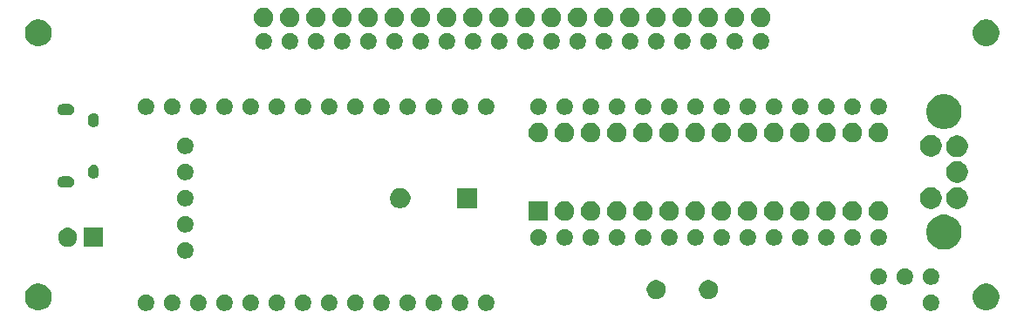
<source format=gbs>
G04 #@! TF.GenerationSoftware,KiCad,Pcbnew,5.0.1-33cea8e~68~ubuntu16.04.1*
G04 #@! TF.CreationDate,2019-03-03T03:52:25-07:00*
G04 #@! TF.ProjectId,sentry,73656E7472792E6B696361645F706362,rev?*
G04 #@! TF.SameCoordinates,Original*
G04 #@! TF.FileFunction,Soldermask,Bot*
G04 #@! TF.FilePolarity,Negative*
%FSLAX46Y46*%
G04 Gerber Fmt 4.6, Leading zero omitted, Abs format (unit mm)*
G04 Created by KiCad (PCBNEW 5.0.1-33cea8e~68~ubuntu16.04.1) date Sun 03 Mar 2019 03:52:25 AM MST*
%MOMM*%
%LPD*%
G01*
G04 APERTURE LIST*
%ADD10C,0.100000*%
G04 APERTURE END LIST*
D10*
G36*
X108183643Y-86859781D02*
X108329415Y-86920162D01*
X108460611Y-87007824D01*
X108572176Y-87119389D01*
X108659838Y-87250585D01*
X108720219Y-87396357D01*
X108751000Y-87551107D01*
X108751000Y-87708893D01*
X108720219Y-87863643D01*
X108659838Y-88009415D01*
X108572176Y-88140611D01*
X108460611Y-88252176D01*
X108329415Y-88339838D01*
X108183643Y-88400219D01*
X108028893Y-88431000D01*
X107871107Y-88431000D01*
X107716357Y-88400219D01*
X107570585Y-88339838D01*
X107439389Y-88252176D01*
X107327824Y-88140611D01*
X107240162Y-88009415D01*
X107179781Y-87863643D01*
X107149000Y-87708893D01*
X107149000Y-87551107D01*
X107179781Y-87396357D01*
X107240162Y-87250585D01*
X107327824Y-87119389D01*
X107439389Y-87007824D01*
X107570585Y-86920162D01*
X107716357Y-86859781D01*
X107871107Y-86829000D01*
X108028893Y-86829000D01*
X108183643Y-86859781D01*
X108183643Y-86859781D01*
G37*
G36*
X105643643Y-86859781D02*
X105789415Y-86920162D01*
X105920611Y-87007824D01*
X106032176Y-87119389D01*
X106119838Y-87250585D01*
X106180219Y-87396357D01*
X106211000Y-87551107D01*
X106211000Y-87708893D01*
X106180219Y-87863643D01*
X106119838Y-88009415D01*
X106032176Y-88140611D01*
X105920611Y-88252176D01*
X105789415Y-88339838D01*
X105643643Y-88400219D01*
X105488893Y-88431000D01*
X105331107Y-88431000D01*
X105176357Y-88400219D01*
X105030585Y-88339838D01*
X104899389Y-88252176D01*
X104787824Y-88140611D01*
X104700162Y-88009415D01*
X104639781Y-87863643D01*
X104609000Y-87708893D01*
X104609000Y-87551107D01*
X104639781Y-87396357D01*
X104700162Y-87250585D01*
X104787824Y-87119389D01*
X104899389Y-87007824D01*
X105030585Y-86920162D01*
X105176357Y-86859781D01*
X105331107Y-86829000D01*
X105488893Y-86829000D01*
X105643643Y-86859781D01*
X105643643Y-86859781D01*
G37*
G36*
X90403643Y-86859781D02*
X90549415Y-86920162D01*
X90680611Y-87007824D01*
X90792176Y-87119389D01*
X90879838Y-87250585D01*
X90940219Y-87396357D01*
X90971000Y-87551107D01*
X90971000Y-87708893D01*
X90940219Y-87863643D01*
X90879838Y-88009415D01*
X90792176Y-88140611D01*
X90680611Y-88252176D01*
X90549415Y-88339838D01*
X90403643Y-88400219D01*
X90248893Y-88431000D01*
X90091107Y-88431000D01*
X89936357Y-88400219D01*
X89790585Y-88339838D01*
X89659389Y-88252176D01*
X89547824Y-88140611D01*
X89460162Y-88009415D01*
X89399781Y-87863643D01*
X89369000Y-87708893D01*
X89369000Y-87551107D01*
X89399781Y-87396357D01*
X89460162Y-87250585D01*
X89547824Y-87119389D01*
X89659389Y-87007824D01*
X89790585Y-86920162D01*
X89936357Y-86859781D01*
X90091107Y-86829000D01*
X90248893Y-86829000D01*
X90403643Y-86859781D01*
X90403643Y-86859781D01*
G37*
G36*
X92943643Y-86859781D02*
X93089415Y-86920162D01*
X93220611Y-87007824D01*
X93332176Y-87119389D01*
X93419838Y-87250585D01*
X93480219Y-87396357D01*
X93511000Y-87551107D01*
X93511000Y-87708893D01*
X93480219Y-87863643D01*
X93419838Y-88009415D01*
X93332176Y-88140611D01*
X93220611Y-88252176D01*
X93089415Y-88339838D01*
X92943643Y-88400219D01*
X92788893Y-88431000D01*
X92631107Y-88431000D01*
X92476357Y-88400219D01*
X92330585Y-88339838D01*
X92199389Y-88252176D01*
X92087824Y-88140611D01*
X92000162Y-88009415D01*
X91939781Y-87863643D01*
X91909000Y-87708893D01*
X91909000Y-87551107D01*
X91939781Y-87396357D01*
X92000162Y-87250585D01*
X92087824Y-87119389D01*
X92199389Y-87007824D01*
X92330585Y-86920162D01*
X92476357Y-86859781D01*
X92631107Y-86829000D01*
X92788893Y-86829000D01*
X92943643Y-86859781D01*
X92943643Y-86859781D01*
G37*
G36*
X95483643Y-86859781D02*
X95629415Y-86920162D01*
X95760611Y-87007824D01*
X95872176Y-87119389D01*
X95959838Y-87250585D01*
X96020219Y-87396357D01*
X96051000Y-87551107D01*
X96051000Y-87708893D01*
X96020219Y-87863643D01*
X95959838Y-88009415D01*
X95872176Y-88140611D01*
X95760611Y-88252176D01*
X95629415Y-88339838D01*
X95483643Y-88400219D01*
X95328893Y-88431000D01*
X95171107Y-88431000D01*
X95016357Y-88400219D01*
X94870585Y-88339838D01*
X94739389Y-88252176D01*
X94627824Y-88140611D01*
X94540162Y-88009415D01*
X94479781Y-87863643D01*
X94449000Y-87708893D01*
X94449000Y-87551107D01*
X94479781Y-87396357D01*
X94540162Y-87250585D01*
X94627824Y-87119389D01*
X94739389Y-87007824D01*
X94870585Y-86920162D01*
X95016357Y-86859781D01*
X95171107Y-86829000D01*
X95328893Y-86829000D01*
X95483643Y-86859781D01*
X95483643Y-86859781D01*
G37*
G36*
X98023643Y-86859781D02*
X98169415Y-86920162D01*
X98300611Y-87007824D01*
X98412176Y-87119389D01*
X98499838Y-87250585D01*
X98560219Y-87396357D01*
X98591000Y-87551107D01*
X98591000Y-87708893D01*
X98560219Y-87863643D01*
X98499838Y-88009415D01*
X98412176Y-88140611D01*
X98300611Y-88252176D01*
X98169415Y-88339838D01*
X98023643Y-88400219D01*
X97868893Y-88431000D01*
X97711107Y-88431000D01*
X97556357Y-88400219D01*
X97410585Y-88339838D01*
X97279389Y-88252176D01*
X97167824Y-88140611D01*
X97080162Y-88009415D01*
X97019781Y-87863643D01*
X96989000Y-87708893D01*
X96989000Y-87551107D01*
X97019781Y-87396357D01*
X97080162Y-87250585D01*
X97167824Y-87119389D01*
X97279389Y-87007824D01*
X97410585Y-86920162D01*
X97556357Y-86859781D01*
X97711107Y-86829000D01*
X97868893Y-86829000D01*
X98023643Y-86859781D01*
X98023643Y-86859781D01*
G37*
G36*
X100563643Y-86859781D02*
X100709415Y-86920162D01*
X100840611Y-87007824D01*
X100952176Y-87119389D01*
X101039838Y-87250585D01*
X101100219Y-87396357D01*
X101131000Y-87551107D01*
X101131000Y-87708893D01*
X101100219Y-87863643D01*
X101039838Y-88009415D01*
X100952176Y-88140611D01*
X100840611Y-88252176D01*
X100709415Y-88339838D01*
X100563643Y-88400219D01*
X100408893Y-88431000D01*
X100251107Y-88431000D01*
X100096357Y-88400219D01*
X99950585Y-88339838D01*
X99819389Y-88252176D01*
X99707824Y-88140611D01*
X99620162Y-88009415D01*
X99559781Y-87863643D01*
X99529000Y-87708893D01*
X99529000Y-87551107D01*
X99559781Y-87396357D01*
X99620162Y-87250585D01*
X99707824Y-87119389D01*
X99819389Y-87007824D01*
X99950585Y-86920162D01*
X100096357Y-86859781D01*
X100251107Y-86829000D01*
X100408893Y-86829000D01*
X100563643Y-86859781D01*
X100563643Y-86859781D01*
G37*
G36*
X103103643Y-86859781D02*
X103249415Y-86920162D01*
X103380611Y-87007824D01*
X103492176Y-87119389D01*
X103579838Y-87250585D01*
X103640219Y-87396357D01*
X103671000Y-87551107D01*
X103671000Y-87708893D01*
X103640219Y-87863643D01*
X103579838Y-88009415D01*
X103492176Y-88140611D01*
X103380611Y-88252176D01*
X103249415Y-88339838D01*
X103103643Y-88400219D01*
X102948893Y-88431000D01*
X102791107Y-88431000D01*
X102636357Y-88400219D01*
X102490585Y-88339838D01*
X102359389Y-88252176D01*
X102247824Y-88140611D01*
X102160162Y-88009415D01*
X102099781Y-87863643D01*
X102069000Y-87708893D01*
X102069000Y-87551107D01*
X102099781Y-87396357D01*
X102160162Y-87250585D01*
X102247824Y-87119389D01*
X102359389Y-87007824D01*
X102490585Y-86920162D01*
X102636357Y-86859781D01*
X102791107Y-86829000D01*
X102948893Y-86829000D01*
X103103643Y-86859781D01*
X103103643Y-86859781D01*
G37*
G36*
X166603643Y-86859781D02*
X166749415Y-86920162D01*
X166880611Y-87007824D01*
X166992176Y-87119389D01*
X167079838Y-87250585D01*
X167140219Y-87396357D01*
X167171000Y-87551107D01*
X167171000Y-87708893D01*
X167140219Y-87863643D01*
X167079838Y-88009415D01*
X166992176Y-88140611D01*
X166880611Y-88252176D01*
X166749415Y-88339838D01*
X166603643Y-88400219D01*
X166448893Y-88431000D01*
X166291107Y-88431000D01*
X166136357Y-88400219D01*
X165990585Y-88339838D01*
X165859389Y-88252176D01*
X165747824Y-88140611D01*
X165660162Y-88009415D01*
X165599781Y-87863643D01*
X165569000Y-87708893D01*
X165569000Y-87551107D01*
X165599781Y-87396357D01*
X165660162Y-87250585D01*
X165747824Y-87119389D01*
X165859389Y-87007824D01*
X165990585Y-86920162D01*
X166136357Y-86859781D01*
X166291107Y-86829000D01*
X166448893Y-86829000D01*
X166603643Y-86859781D01*
X166603643Y-86859781D01*
G37*
G36*
X110723643Y-86859781D02*
X110869415Y-86920162D01*
X111000611Y-87007824D01*
X111112176Y-87119389D01*
X111199838Y-87250585D01*
X111260219Y-87396357D01*
X111291000Y-87551107D01*
X111291000Y-87708893D01*
X111260219Y-87863643D01*
X111199838Y-88009415D01*
X111112176Y-88140611D01*
X111000611Y-88252176D01*
X110869415Y-88339838D01*
X110723643Y-88400219D01*
X110568893Y-88431000D01*
X110411107Y-88431000D01*
X110256357Y-88400219D01*
X110110585Y-88339838D01*
X109979389Y-88252176D01*
X109867824Y-88140611D01*
X109780162Y-88009415D01*
X109719781Y-87863643D01*
X109689000Y-87708893D01*
X109689000Y-87551107D01*
X109719781Y-87396357D01*
X109780162Y-87250585D01*
X109867824Y-87119389D01*
X109979389Y-87007824D01*
X110110585Y-86920162D01*
X110256357Y-86859781D01*
X110411107Y-86829000D01*
X110568893Y-86829000D01*
X110723643Y-86859781D01*
X110723643Y-86859781D01*
G37*
G36*
X113263643Y-86859781D02*
X113409415Y-86920162D01*
X113540611Y-87007824D01*
X113652176Y-87119389D01*
X113739838Y-87250585D01*
X113800219Y-87396357D01*
X113831000Y-87551107D01*
X113831000Y-87708893D01*
X113800219Y-87863643D01*
X113739838Y-88009415D01*
X113652176Y-88140611D01*
X113540611Y-88252176D01*
X113409415Y-88339838D01*
X113263643Y-88400219D01*
X113108893Y-88431000D01*
X112951107Y-88431000D01*
X112796357Y-88400219D01*
X112650585Y-88339838D01*
X112519389Y-88252176D01*
X112407824Y-88140611D01*
X112320162Y-88009415D01*
X112259781Y-87863643D01*
X112229000Y-87708893D01*
X112229000Y-87551107D01*
X112259781Y-87396357D01*
X112320162Y-87250585D01*
X112407824Y-87119389D01*
X112519389Y-87007824D01*
X112650585Y-86920162D01*
X112796357Y-86859781D01*
X112951107Y-86829000D01*
X113108893Y-86829000D01*
X113263643Y-86859781D01*
X113263643Y-86859781D01*
G37*
G36*
X115803643Y-86859781D02*
X115949415Y-86920162D01*
X116080611Y-87007824D01*
X116192176Y-87119389D01*
X116279838Y-87250585D01*
X116340219Y-87396357D01*
X116371000Y-87551107D01*
X116371000Y-87708893D01*
X116340219Y-87863643D01*
X116279838Y-88009415D01*
X116192176Y-88140611D01*
X116080611Y-88252176D01*
X115949415Y-88339838D01*
X115803643Y-88400219D01*
X115648893Y-88431000D01*
X115491107Y-88431000D01*
X115336357Y-88400219D01*
X115190585Y-88339838D01*
X115059389Y-88252176D01*
X114947824Y-88140611D01*
X114860162Y-88009415D01*
X114799781Y-87863643D01*
X114769000Y-87708893D01*
X114769000Y-87551107D01*
X114799781Y-87396357D01*
X114860162Y-87250585D01*
X114947824Y-87119389D01*
X115059389Y-87007824D01*
X115190585Y-86920162D01*
X115336357Y-86859781D01*
X115491107Y-86829000D01*
X115648893Y-86829000D01*
X115803643Y-86859781D01*
X115803643Y-86859781D01*
G37*
G36*
X118343643Y-86859781D02*
X118489415Y-86920162D01*
X118620611Y-87007824D01*
X118732176Y-87119389D01*
X118819838Y-87250585D01*
X118880219Y-87396357D01*
X118911000Y-87551107D01*
X118911000Y-87708893D01*
X118880219Y-87863643D01*
X118819838Y-88009415D01*
X118732176Y-88140611D01*
X118620611Y-88252176D01*
X118489415Y-88339838D01*
X118343643Y-88400219D01*
X118188893Y-88431000D01*
X118031107Y-88431000D01*
X117876357Y-88400219D01*
X117730585Y-88339838D01*
X117599389Y-88252176D01*
X117487824Y-88140611D01*
X117400162Y-88009415D01*
X117339781Y-87863643D01*
X117309000Y-87708893D01*
X117309000Y-87551107D01*
X117339781Y-87396357D01*
X117400162Y-87250585D01*
X117487824Y-87119389D01*
X117599389Y-87007824D01*
X117730585Y-86920162D01*
X117876357Y-86859781D01*
X118031107Y-86829000D01*
X118188893Y-86829000D01*
X118343643Y-86859781D01*
X118343643Y-86859781D01*
G37*
G36*
X120883643Y-86859781D02*
X121029415Y-86920162D01*
X121160611Y-87007824D01*
X121272176Y-87119389D01*
X121359838Y-87250585D01*
X121420219Y-87396357D01*
X121451000Y-87551107D01*
X121451000Y-87708893D01*
X121420219Y-87863643D01*
X121359838Y-88009415D01*
X121272176Y-88140611D01*
X121160611Y-88252176D01*
X121029415Y-88339838D01*
X120883643Y-88400219D01*
X120728893Y-88431000D01*
X120571107Y-88431000D01*
X120416357Y-88400219D01*
X120270585Y-88339838D01*
X120139389Y-88252176D01*
X120027824Y-88140611D01*
X119940162Y-88009415D01*
X119879781Y-87863643D01*
X119849000Y-87708893D01*
X119849000Y-87551107D01*
X119879781Y-87396357D01*
X119940162Y-87250585D01*
X120027824Y-87119389D01*
X120139389Y-87007824D01*
X120270585Y-86920162D01*
X120416357Y-86859781D01*
X120571107Y-86829000D01*
X120728893Y-86829000D01*
X120883643Y-86859781D01*
X120883643Y-86859781D01*
G37*
G36*
X123423643Y-86859781D02*
X123569415Y-86920162D01*
X123700611Y-87007824D01*
X123812176Y-87119389D01*
X123899838Y-87250585D01*
X123960219Y-87396357D01*
X123991000Y-87551107D01*
X123991000Y-87708893D01*
X123960219Y-87863643D01*
X123899838Y-88009415D01*
X123812176Y-88140611D01*
X123700611Y-88252176D01*
X123569415Y-88339838D01*
X123423643Y-88400219D01*
X123268893Y-88431000D01*
X123111107Y-88431000D01*
X122956357Y-88400219D01*
X122810585Y-88339838D01*
X122679389Y-88252176D01*
X122567824Y-88140611D01*
X122480162Y-88009415D01*
X122419781Y-87863643D01*
X122389000Y-87708893D01*
X122389000Y-87551107D01*
X122419781Y-87396357D01*
X122480162Y-87250585D01*
X122567824Y-87119389D01*
X122679389Y-87007824D01*
X122810585Y-86920162D01*
X122956357Y-86859781D01*
X123111107Y-86829000D01*
X123268893Y-86829000D01*
X123423643Y-86859781D01*
X123423643Y-86859781D01*
G37*
G36*
X161523643Y-86859781D02*
X161669415Y-86920162D01*
X161800611Y-87007824D01*
X161912176Y-87119389D01*
X161999838Y-87250585D01*
X162060219Y-87396357D01*
X162091000Y-87551107D01*
X162091000Y-87708893D01*
X162060219Y-87863643D01*
X161999838Y-88009415D01*
X161912176Y-88140611D01*
X161800611Y-88252176D01*
X161669415Y-88339838D01*
X161523643Y-88400219D01*
X161368893Y-88431000D01*
X161211107Y-88431000D01*
X161056357Y-88400219D01*
X160910585Y-88339838D01*
X160779389Y-88252176D01*
X160667824Y-88140611D01*
X160580162Y-88009415D01*
X160519781Y-87863643D01*
X160489000Y-87708893D01*
X160489000Y-87551107D01*
X160519781Y-87396357D01*
X160580162Y-87250585D01*
X160667824Y-87119389D01*
X160779389Y-87007824D01*
X160910585Y-86920162D01*
X161056357Y-86859781D01*
X161211107Y-86829000D01*
X161368893Y-86829000D01*
X161523643Y-86859781D01*
X161523643Y-86859781D01*
G37*
G36*
X172109485Y-85828996D02*
X172109487Y-85828997D01*
X172109488Y-85828997D01*
X172331248Y-85920853D01*
X172346255Y-85927069D01*
X172559342Y-86069449D01*
X172740551Y-86250658D01*
X172882931Y-86463745D01*
X172981004Y-86700515D01*
X173031000Y-86951861D01*
X173031000Y-87208139D01*
X172981004Y-87459485D01*
X172882931Y-87696255D01*
X172740551Y-87909342D01*
X172559342Y-88090551D01*
X172559339Y-88090553D01*
X172346255Y-88232931D01*
X172109488Y-88331003D01*
X172109487Y-88331003D01*
X172109485Y-88331004D01*
X171858139Y-88381000D01*
X171601861Y-88381000D01*
X171350515Y-88331004D01*
X171350513Y-88331003D01*
X171350512Y-88331003D01*
X171113745Y-88232931D01*
X170900661Y-88090553D01*
X170900658Y-88090551D01*
X170719449Y-87909342D01*
X170577069Y-87696255D01*
X170478996Y-87459485D01*
X170429000Y-87208139D01*
X170429000Y-86951861D01*
X170478996Y-86700515D01*
X170577069Y-86463745D01*
X170719449Y-86250658D01*
X170900658Y-86069449D01*
X171113745Y-85927069D01*
X171128752Y-85920853D01*
X171350512Y-85828997D01*
X171350513Y-85828997D01*
X171350515Y-85828996D01*
X171601861Y-85779000D01*
X171858139Y-85779000D01*
X172109485Y-85828996D01*
X172109485Y-85828996D01*
G37*
G36*
X80109485Y-85828996D02*
X80109487Y-85828997D01*
X80109488Y-85828997D01*
X80331248Y-85920853D01*
X80346255Y-85927069D01*
X80559342Y-86069449D01*
X80740551Y-86250658D01*
X80882931Y-86463745D01*
X80981004Y-86700515D01*
X81031000Y-86951861D01*
X81031000Y-87208139D01*
X80981004Y-87459485D01*
X80882931Y-87696255D01*
X80740551Y-87909342D01*
X80559342Y-88090551D01*
X80559339Y-88090553D01*
X80346255Y-88232931D01*
X80109488Y-88331003D01*
X80109487Y-88331003D01*
X80109485Y-88331004D01*
X79858139Y-88381000D01*
X79601861Y-88381000D01*
X79350515Y-88331004D01*
X79350513Y-88331003D01*
X79350512Y-88331003D01*
X79113745Y-88232931D01*
X78900661Y-88090553D01*
X78900658Y-88090551D01*
X78719449Y-87909342D01*
X78577069Y-87696255D01*
X78478996Y-87459485D01*
X78429000Y-87208139D01*
X78429000Y-86951861D01*
X78478996Y-86700515D01*
X78577069Y-86463745D01*
X78719449Y-86250658D01*
X78900658Y-86069449D01*
X79113745Y-85927069D01*
X79128752Y-85920853D01*
X79350512Y-85828997D01*
X79350513Y-85828997D01*
X79350515Y-85828996D01*
X79601861Y-85779000D01*
X79858139Y-85779000D01*
X80109485Y-85828996D01*
X80109485Y-85828996D01*
G37*
G36*
X145050422Y-85468527D02*
X145050424Y-85468528D01*
X145050425Y-85468528D01*
X145219147Y-85538414D01*
X145370308Y-85639417D01*
X145370995Y-85639876D01*
X145500124Y-85769005D01*
X145500126Y-85769008D01*
X145601586Y-85920853D01*
X145671472Y-86089575D01*
X145671473Y-86089578D01*
X145703514Y-86250661D01*
X145707100Y-86268689D01*
X145707100Y-86451311D01*
X145671472Y-86630425D01*
X145601586Y-86799147D01*
X145520726Y-86920162D01*
X145500124Y-86950995D01*
X145370995Y-87080124D01*
X145370992Y-87080126D01*
X145219147Y-87181586D01*
X145050425Y-87251472D01*
X145050424Y-87251472D01*
X145050422Y-87251473D01*
X144871313Y-87287100D01*
X144688687Y-87287100D01*
X144509578Y-87251473D01*
X144509576Y-87251472D01*
X144509575Y-87251472D01*
X144340853Y-87181586D01*
X144189008Y-87080126D01*
X144189005Y-87080124D01*
X144059876Y-86950995D01*
X144039274Y-86920162D01*
X143958414Y-86799147D01*
X143888528Y-86630425D01*
X143852900Y-86451311D01*
X143852900Y-86268689D01*
X143856486Y-86250661D01*
X143888527Y-86089578D01*
X143888528Y-86089575D01*
X143958414Y-85920853D01*
X144059874Y-85769008D01*
X144059876Y-85769005D01*
X144189005Y-85639876D01*
X144189692Y-85639417D01*
X144340853Y-85538414D01*
X144509575Y-85468528D01*
X144509576Y-85468528D01*
X144509578Y-85468527D01*
X144688687Y-85432900D01*
X144871313Y-85432900D01*
X145050422Y-85468527D01*
X145050422Y-85468527D01*
G37*
G36*
X139970422Y-85468527D02*
X139970424Y-85468528D01*
X139970425Y-85468528D01*
X140139147Y-85538414D01*
X140290308Y-85639417D01*
X140290995Y-85639876D01*
X140420124Y-85769005D01*
X140420126Y-85769008D01*
X140521586Y-85920853D01*
X140591472Y-86089575D01*
X140591473Y-86089578D01*
X140623514Y-86250661D01*
X140627100Y-86268689D01*
X140627100Y-86451311D01*
X140591472Y-86630425D01*
X140521586Y-86799147D01*
X140440726Y-86920162D01*
X140420124Y-86950995D01*
X140290995Y-87080124D01*
X140290992Y-87080126D01*
X140139147Y-87181586D01*
X139970425Y-87251472D01*
X139970424Y-87251472D01*
X139970422Y-87251473D01*
X139791313Y-87287100D01*
X139608687Y-87287100D01*
X139429578Y-87251473D01*
X139429576Y-87251472D01*
X139429575Y-87251472D01*
X139260853Y-87181586D01*
X139109008Y-87080126D01*
X139109005Y-87080124D01*
X138979876Y-86950995D01*
X138959274Y-86920162D01*
X138878414Y-86799147D01*
X138808528Y-86630425D01*
X138772900Y-86451311D01*
X138772900Y-86268689D01*
X138776486Y-86250661D01*
X138808527Y-86089578D01*
X138808528Y-86089575D01*
X138878414Y-85920853D01*
X138979874Y-85769008D01*
X138979876Y-85769005D01*
X139109005Y-85639876D01*
X139109692Y-85639417D01*
X139260853Y-85538414D01*
X139429575Y-85468528D01*
X139429576Y-85468528D01*
X139429578Y-85468527D01*
X139608687Y-85432900D01*
X139791313Y-85432900D01*
X139970422Y-85468527D01*
X139970422Y-85468527D01*
G37*
G36*
X164063643Y-84319781D02*
X164209415Y-84380162D01*
X164340611Y-84467824D01*
X164452176Y-84579389D01*
X164539838Y-84710585D01*
X164600219Y-84856357D01*
X164631000Y-85011107D01*
X164631000Y-85168893D01*
X164600219Y-85323643D01*
X164539838Y-85469415D01*
X164452176Y-85600611D01*
X164340611Y-85712176D01*
X164209415Y-85799838D01*
X164063643Y-85860219D01*
X163908893Y-85891000D01*
X163751107Y-85891000D01*
X163596357Y-85860219D01*
X163450585Y-85799838D01*
X163319389Y-85712176D01*
X163207824Y-85600611D01*
X163120162Y-85469415D01*
X163059781Y-85323643D01*
X163029000Y-85168893D01*
X163029000Y-85011107D01*
X163059781Y-84856357D01*
X163120162Y-84710585D01*
X163207824Y-84579389D01*
X163319389Y-84467824D01*
X163450585Y-84380162D01*
X163596357Y-84319781D01*
X163751107Y-84289000D01*
X163908893Y-84289000D01*
X164063643Y-84319781D01*
X164063643Y-84319781D01*
G37*
G36*
X166603643Y-84319781D02*
X166749415Y-84380162D01*
X166880611Y-84467824D01*
X166992176Y-84579389D01*
X167079838Y-84710585D01*
X167140219Y-84856357D01*
X167171000Y-85011107D01*
X167171000Y-85168893D01*
X167140219Y-85323643D01*
X167079838Y-85469415D01*
X166992176Y-85600611D01*
X166880611Y-85712176D01*
X166749415Y-85799838D01*
X166603643Y-85860219D01*
X166448893Y-85891000D01*
X166291107Y-85891000D01*
X166136357Y-85860219D01*
X165990585Y-85799838D01*
X165859389Y-85712176D01*
X165747824Y-85600611D01*
X165660162Y-85469415D01*
X165599781Y-85323643D01*
X165569000Y-85168893D01*
X165569000Y-85011107D01*
X165599781Y-84856357D01*
X165660162Y-84710585D01*
X165747824Y-84579389D01*
X165859389Y-84467824D01*
X165990585Y-84380162D01*
X166136357Y-84319781D01*
X166291107Y-84289000D01*
X166448893Y-84289000D01*
X166603643Y-84319781D01*
X166603643Y-84319781D01*
G37*
G36*
X161523643Y-84319781D02*
X161669415Y-84380162D01*
X161800611Y-84467824D01*
X161912176Y-84579389D01*
X161999838Y-84710585D01*
X162060219Y-84856357D01*
X162091000Y-85011107D01*
X162091000Y-85168893D01*
X162060219Y-85323643D01*
X161999838Y-85469415D01*
X161912176Y-85600611D01*
X161800611Y-85712176D01*
X161669415Y-85799838D01*
X161523643Y-85860219D01*
X161368893Y-85891000D01*
X161211107Y-85891000D01*
X161056357Y-85860219D01*
X160910585Y-85799838D01*
X160779389Y-85712176D01*
X160667824Y-85600611D01*
X160580162Y-85469415D01*
X160519781Y-85323643D01*
X160489000Y-85168893D01*
X160489000Y-85011107D01*
X160519781Y-84856357D01*
X160580162Y-84710585D01*
X160667824Y-84579389D01*
X160779389Y-84467824D01*
X160910585Y-84380162D01*
X161056357Y-84319781D01*
X161211107Y-84289000D01*
X161368893Y-84289000D01*
X161523643Y-84319781D01*
X161523643Y-84319781D01*
G37*
G36*
X94213643Y-81779781D02*
X94359415Y-81840162D01*
X94490611Y-81927824D01*
X94602176Y-82039389D01*
X94689838Y-82170585D01*
X94750219Y-82316357D01*
X94781000Y-82471107D01*
X94781000Y-82628893D01*
X94750219Y-82783643D01*
X94689838Y-82929415D01*
X94602176Y-83060611D01*
X94490611Y-83172176D01*
X94359415Y-83259838D01*
X94213643Y-83320219D01*
X94058893Y-83351000D01*
X93901107Y-83351000D01*
X93746357Y-83320219D01*
X93600585Y-83259838D01*
X93469389Y-83172176D01*
X93357824Y-83060611D01*
X93270162Y-82929415D01*
X93209781Y-82783643D01*
X93179000Y-82628893D01*
X93179000Y-82471107D01*
X93209781Y-82316357D01*
X93270162Y-82170585D01*
X93357824Y-82039389D01*
X93469389Y-81927824D01*
X93600585Y-81840162D01*
X93746357Y-81779781D01*
X93901107Y-81749000D01*
X94058893Y-81749000D01*
X94213643Y-81779781D01*
X94213643Y-81779781D01*
G37*
G36*
X168136160Y-79144368D02*
X168136162Y-79144369D01*
X168136163Y-79144369D01*
X168247451Y-79190466D01*
X168445726Y-79272594D01*
X168724327Y-79458749D01*
X168961251Y-79695673D01*
X169147406Y-79974274D01*
X169275632Y-80283840D01*
X169341000Y-80612465D01*
X169341000Y-80947535D01*
X169293032Y-81188687D01*
X169275631Y-81276163D01*
X169228265Y-81390514D01*
X169147406Y-81585726D01*
X168961251Y-81864327D01*
X168724327Y-82101251D01*
X168445726Y-82287406D01*
X168250514Y-82368265D01*
X168136163Y-82415631D01*
X168136162Y-82415631D01*
X168136160Y-82415632D01*
X167807535Y-82481000D01*
X167472465Y-82481000D01*
X167143840Y-82415632D01*
X167143838Y-82415631D01*
X167143837Y-82415631D01*
X167029486Y-82368265D01*
X166834274Y-82287406D01*
X166555673Y-82101251D01*
X166318749Y-81864327D01*
X166132594Y-81585726D01*
X166051735Y-81390514D01*
X166004369Y-81276163D01*
X165986969Y-81188687D01*
X165939000Y-80947535D01*
X165939000Y-80612465D01*
X166004368Y-80283840D01*
X166132594Y-79974274D01*
X166318749Y-79695673D01*
X166555673Y-79458749D01*
X166834274Y-79272594D01*
X167032549Y-79190466D01*
X167143837Y-79144369D01*
X167143838Y-79144369D01*
X167143840Y-79144368D01*
X167472465Y-79079000D01*
X167807535Y-79079000D01*
X168136160Y-79144368D01*
X168136160Y-79144368D01*
G37*
G36*
X82840742Y-80388527D02*
X82840744Y-80388528D01*
X82840745Y-80388528D01*
X83009467Y-80458414D01*
X83160628Y-80559417D01*
X83161315Y-80559876D01*
X83290444Y-80689005D01*
X83290446Y-80689008D01*
X83391906Y-80840853D01*
X83461792Y-81009575D01*
X83461793Y-81009578D01*
X83497420Y-81188687D01*
X83497420Y-81371313D01*
X83469109Y-81513643D01*
X83461792Y-81550425D01*
X83391906Y-81719147D01*
X83344157Y-81790608D01*
X83290444Y-81870995D01*
X83161315Y-82000124D01*
X83161312Y-82000126D01*
X83009467Y-82101586D01*
X82840745Y-82171472D01*
X82840744Y-82171472D01*
X82840742Y-82171473D01*
X82661633Y-82207100D01*
X82479007Y-82207100D01*
X82299898Y-82171473D01*
X82299896Y-82171472D01*
X82299895Y-82171472D01*
X82131173Y-82101586D01*
X81979328Y-82000126D01*
X81979325Y-82000124D01*
X81850196Y-81870995D01*
X81796483Y-81790608D01*
X81748734Y-81719147D01*
X81678848Y-81550425D01*
X81671532Y-81513643D01*
X81643220Y-81371313D01*
X81643220Y-81188687D01*
X81678847Y-81009578D01*
X81678848Y-81009575D01*
X81748734Y-80840853D01*
X81850194Y-80689008D01*
X81850196Y-80689005D01*
X81979325Y-80559876D01*
X81980012Y-80559417D01*
X82131173Y-80458414D01*
X82299895Y-80388528D01*
X82299896Y-80388528D01*
X82299898Y-80388527D01*
X82479007Y-80352900D01*
X82661633Y-80352900D01*
X82840742Y-80388527D01*
X82840742Y-80388527D01*
G37*
G36*
X85996780Y-82207100D02*
X84142580Y-82207100D01*
X84142580Y-80352900D01*
X85996780Y-80352900D01*
X85996780Y-82207100D01*
X85996780Y-82207100D01*
G37*
G36*
X156443643Y-80509781D02*
X156589415Y-80570162D01*
X156720611Y-80657824D01*
X156832176Y-80769389D01*
X156919838Y-80900585D01*
X156980219Y-81046357D01*
X157011000Y-81201107D01*
X157011000Y-81358893D01*
X156980219Y-81513643D01*
X156919838Y-81659415D01*
X156832176Y-81790611D01*
X156720611Y-81902176D01*
X156589415Y-81989838D01*
X156443643Y-82050219D01*
X156288893Y-82081000D01*
X156131107Y-82081000D01*
X155976357Y-82050219D01*
X155830585Y-81989838D01*
X155699389Y-81902176D01*
X155587824Y-81790611D01*
X155500162Y-81659415D01*
X155439781Y-81513643D01*
X155409000Y-81358893D01*
X155409000Y-81201107D01*
X155439781Y-81046357D01*
X155500162Y-80900585D01*
X155587824Y-80769389D01*
X155699389Y-80657824D01*
X155830585Y-80570162D01*
X155976357Y-80509781D01*
X156131107Y-80479000D01*
X156288893Y-80479000D01*
X156443643Y-80509781D01*
X156443643Y-80509781D01*
G37*
G36*
X161523643Y-80509781D02*
X161669415Y-80570162D01*
X161800611Y-80657824D01*
X161912176Y-80769389D01*
X161999838Y-80900585D01*
X162060219Y-81046357D01*
X162091000Y-81201107D01*
X162091000Y-81358893D01*
X162060219Y-81513643D01*
X161999838Y-81659415D01*
X161912176Y-81790611D01*
X161800611Y-81902176D01*
X161669415Y-81989838D01*
X161523643Y-82050219D01*
X161368893Y-82081000D01*
X161211107Y-82081000D01*
X161056357Y-82050219D01*
X160910585Y-81989838D01*
X160779389Y-81902176D01*
X160667824Y-81790611D01*
X160580162Y-81659415D01*
X160519781Y-81513643D01*
X160489000Y-81358893D01*
X160489000Y-81201107D01*
X160519781Y-81046357D01*
X160580162Y-80900585D01*
X160667824Y-80769389D01*
X160779389Y-80657824D01*
X160910585Y-80570162D01*
X161056357Y-80509781D01*
X161211107Y-80479000D01*
X161368893Y-80479000D01*
X161523643Y-80509781D01*
X161523643Y-80509781D01*
G37*
G36*
X151363643Y-80509781D02*
X151509415Y-80570162D01*
X151640611Y-80657824D01*
X151752176Y-80769389D01*
X151839838Y-80900585D01*
X151900219Y-81046357D01*
X151931000Y-81201107D01*
X151931000Y-81358893D01*
X151900219Y-81513643D01*
X151839838Y-81659415D01*
X151752176Y-81790611D01*
X151640611Y-81902176D01*
X151509415Y-81989838D01*
X151363643Y-82050219D01*
X151208893Y-82081000D01*
X151051107Y-82081000D01*
X150896357Y-82050219D01*
X150750585Y-81989838D01*
X150619389Y-81902176D01*
X150507824Y-81790611D01*
X150420162Y-81659415D01*
X150359781Y-81513643D01*
X150329000Y-81358893D01*
X150329000Y-81201107D01*
X150359781Y-81046357D01*
X150420162Y-80900585D01*
X150507824Y-80769389D01*
X150619389Y-80657824D01*
X150750585Y-80570162D01*
X150896357Y-80509781D01*
X151051107Y-80479000D01*
X151208893Y-80479000D01*
X151363643Y-80509781D01*
X151363643Y-80509781D01*
G37*
G36*
X158983643Y-80509781D02*
X159129415Y-80570162D01*
X159260611Y-80657824D01*
X159372176Y-80769389D01*
X159459838Y-80900585D01*
X159520219Y-81046357D01*
X159551000Y-81201107D01*
X159551000Y-81358893D01*
X159520219Y-81513643D01*
X159459838Y-81659415D01*
X159372176Y-81790611D01*
X159260611Y-81902176D01*
X159129415Y-81989838D01*
X158983643Y-82050219D01*
X158828893Y-82081000D01*
X158671107Y-82081000D01*
X158516357Y-82050219D01*
X158370585Y-81989838D01*
X158239389Y-81902176D01*
X158127824Y-81790611D01*
X158040162Y-81659415D01*
X157979781Y-81513643D01*
X157949000Y-81358893D01*
X157949000Y-81201107D01*
X157979781Y-81046357D01*
X158040162Y-80900585D01*
X158127824Y-80769389D01*
X158239389Y-80657824D01*
X158370585Y-80570162D01*
X158516357Y-80509781D01*
X158671107Y-80479000D01*
X158828893Y-80479000D01*
X158983643Y-80509781D01*
X158983643Y-80509781D01*
G37*
G36*
X128503643Y-80509781D02*
X128649415Y-80570162D01*
X128780611Y-80657824D01*
X128892176Y-80769389D01*
X128979838Y-80900585D01*
X129040219Y-81046357D01*
X129071000Y-81201107D01*
X129071000Y-81358893D01*
X129040219Y-81513643D01*
X128979838Y-81659415D01*
X128892176Y-81790611D01*
X128780611Y-81902176D01*
X128649415Y-81989838D01*
X128503643Y-82050219D01*
X128348893Y-82081000D01*
X128191107Y-82081000D01*
X128036357Y-82050219D01*
X127890585Y-81989838D01*
X127759389Y-81902176D01*
X127647824Y-81790611D01*
X127560162Y-81659415D01*
X127499781Y-81513643D01*
X127469000Y-81358893D01*
X127469000Y-81201107D01*
X127499781Y-81046357D01*
X127560162Y-80900585D01*
X127647824Y-80769389D01*
X127759389Y-80657824D01*
X127890585Y-80570162D01*
X128036357Y-80509781D01*
X128191107Y-80479000D01*
X128348893Y-80479000D01*
X128503643Y-80509781D01*
X128503643Y-80509781D01*
G37*
G36*
X131043643Y-80509781D02*
X131189415Y-80570162D01*
X131320611Y-80657824D01*
X131432176Y-80769389D01*
X131519838Y-80900585D01*
X131580219Y-81046357D01*
X131611000Y-81201107D01*
X131611000Y-81358893D01*
X131580219Y-81513643D01*
X131519838Y-81659415D01*
X131432176Y-81790611D01*
X131320611Y-81902176D01*
X131189415Y-81989838D01*
X131043643Y-82050219D01*
X130888893Y-82081000D01*
X130731107Y-82081000D01*
X130576357Y-82050219D01*
X130430585Y-81989838D01*
X130299389Y-81902176D01*
X130187824Y-81790611D01*
X130100162Y-81659415D01*
X130039781Y-81513643D01*
X130009000Y-81358893D01*
X130009000Y-81201107D01*
X130039781Y-81046357D01*
X130100162Y-80900585D01*
X130187824Y-80769389D01*
X130299389Y-80657824D01*
X130430585Y-80570162D01*
X130576357Y-80509781D01*
X130731107Y-80479000D01*
X130888893Y-80479000D01*
X131043643Y-80509781D01*
X131043643Y-80509781D01*
G37*
G36*
X133583643Y-80509781D02*
X133729415Y-80570162D01*
X133860611Y-80657824D01*
X133972176Y-80769389D01*
X134059838Y-80900585D01*
X134120219Y-81046357D01*
X134151000Y-81201107D01*
X134151000Y-81358893D01*
X134120219Y-81513643D01*
X134059838Y-81659415D01*
X133972176Y-81790611D01*
X133860611Y-81902176D01*
X133729415Y-81989838D01*
X133583643Y-82050219D01*
X133428893Y-82081000D01*
X133271107Y-82081000D01*
X133116357Y-82050219D01*
X132970585Y-81989838D01*
X132839389Y-81902176D01*
X132727824Y-81790611D01*
X132640162Y-81659415D01*
X132579781Y-81513643D01*
X132549000Y-81358893D01*
X132549000Y-81201107D01*
X132579781Y-81046357D01*
X132640162Y-80900585D01*
X132727824Y-80769389D01*
X132839389Y-80657824D01*
X132970585Y-80570162D01*
X133116357Y-80509781D01*
X133271107Y-80479000D01*
X133428893Y-80479000D01*
X133583643Y-80509781D01*
X133583643Y-80509781D01*
G37*
G36*
X138663643Y-80509781D02*
X138809415Y-80570162D01*
X138940611Y-80657824D01*
X139052176Y-80769389D01*
X139139838Y-80900585D01*
X139200219Y-81046357D01*
X139231000Y-81201107D01*
X139231000Y-81358893D01*
X139200219Y-81513643D01*
X139139838Y-81659415D01*
X139052176Y-81790611D01*
X138940611Y-81902176D01*
X138809415Y-81989838D01*
X138663643Y-82050219D01*
X138508893Y-82081000D01*
X138351107Y-82081000D01*
X138196357Y-82050219D01*
X138050585Y-81989838D01*
X137919389Y-81902176D01*
X137807824Y-81790611D01*
X137720162Y-81659415D01*
X137659781Y-81513643D01*
X137629000Y-81358893D01*
X137629000Y-81201107D01*
X137659781Y-81046357D01*
X137720162Y-80900585D01*
X137807824Y-80769389D01*
X137919389Y-80657824D01*
X138050585Y-80570162D01*
X138196357Y-80509781D01*
X138351107Y-80479000D01*
X138508893Y-80479000D01*
X138663643Y-80509781D01*
X138663643Y-80509781D01*
G37*
G36*
X153903643Y-80509781D02*
X154049415Y-80570162D01*
X154180611Y-80657824D01*
X154292176Y-80769389D01*
X154379838Y-80900585D01*
X154440219Y-81046357D01*
X154471000Y-81201107D01*
X154471000Y-81358893D01*
X154440219Y-81513643D01*
X154379838Y-81659415D01*
X154292176Y-81790611D01*
X154180611Y-81902176D01*
X154049415Y-81989838D01*
X153903643Y-82050219D01*
X153748893Y-82081000D01*
X153591107Y-82081000D01*
X153436357Y-82050219D01*
X153290585Y-81989838D01*
X153159389Y-81902176D01*
X153047824Y-81790611D01*
X152960162Y-81659415D01*
X152899781Y-81513643D01*
X152869000Y-81358893D01*
X152869000Y-81201107D01*
X152899781Y-81046357D01*
X152960162Y-80900585D01*
X153047824Y-80769389D01*
X153159389Y-80657824D01*
X153290585Y-80570162D01*
X153436357Y-80509781D01*
X153591107Y-80479000D01*
X153748893Y-80479000D01*
X153903643Y-80509781D01*
X153903643Y-80509781D01*
G37*
G36*
X146283643Y-80509781D02*
X146429415Y-80570162D01*
X146560611Y-80657824D01*
X146672176Y-80769389D01*
X146759838Y-80900585D01*
X146820219Y-81046357D01*
X146851000Y-81201107D01*
X146851000Y-81358893D01*
X146820219Y-81513643D01*
X146759838Y-81659415D01*
X146672176Y-81790611D01*
X146560611Y-81902176D01*
X146429415Y-81989838D01*
X146283643Y-82050219D01*
X146128893Y-82081000D01*
X145971107Y-82081000D01*
X145816357Y-82050219D01*
X145670585Y-81989838D01*
X145539389Y-81902176D01*
X145427824Y-81790611D01*
X145340162Y-81659415D01*
X145279781Y-81513643D01*
X145249000Y-81358893D01*
X145249000Y-81201107D01*
X145279781Y-81046357D01*
X145340162Y-80900585D01*
X145427824Y-80769389D01*
X145539389Y-80657824D01*
X145670585Y-80570162D01*
X145816357Y-80509781D01*
X145971107Y-80479000D01*
X146128893Y-80479000D01*
X146283643Y-80509781D01*
X146283643Y-80509781D01*
G37*
G36*
X148823643Y-80509781D02*
X148969415Y-80570162D01*
X149100611Y-80657824D01*
X149212176Y-80769389D01*
X149299838Y-80900585D01*
X149360219Y-81046357D01*
X149391000Y-81201107D01*
X149391000Y-81358893D01*
X149360219Y-81513643D01*
X149299838Y-81659415D01*
X149212176Y-81790611D01*
X149100611Y-81902176D01*
X148969415Y-81989838D01*
X148823643Y-82050219D01*
X148668893Y-82081000D01*
X148511107Y-82081000D01*
X148356357Y-82050219D01*
X148210585Y-81989838D01*
X148079389Y-81902176D01*
X147967824Y-81790611D01*
X147880162Y-81659415D01*
X147819781Y-81513643D01*
X147789000Y-81358893D01*
X147789000Y-81201107D01*
X147819781Y-81046357D01*
X147880162Y-80900585D01*
X147967824Y-80769389D01*
X148079389Y-80657824D01*
X148210585Y-80570162D01*
X148356357Y-80509781D01*
X148511107Y-80479000D01*
X148668893Y-80479000D01*
X148823643Y-80509781D01*
X148823643Y-80509781D01*
G37*
G36*
X141203643Y-80509781D02*
X141349415Y-80570162D01*
X141480611Y-80657824D01*
X141592176Y-80769389D01*
X141679838Y-80900585D01*
X141740219Y-81046357D01*
X141771000Y-81201107D01*
X141771000Y-81358893D01*
X141740219Y-81513643D01*
X141679838Y-81659415D01*
X141592176Y-81790611D01*
X141480611Y-81902176D01*
X141349415Y-81989838D01*
X141203643Y-82050219D01*
X141048893Y-82081000D01*
X140891107Y-82081000D01*
X140736357Y-82050219D01*
X140590585Y-81989838D01*
X140459389Y-81902176D01*
X140347824Y-81790611D01*
X140260162Y-81659415D01*
X140199781Y-81513643D01*
X140169000Y-81358893D01*
X140169000Y-81201107D01*
X140199781Y-81046357D01*
X140260162Y-80900585D01*
X140347824Y-80769389D01*
X140459389Y-80657824D01*
X140590585Y-80570162D01*
X140736357Y-80509781D01*
X140891107Y-80479000D01*
X141048893Y-80479000D01*
X141203643Y-80509781D01*
X141203643Y-80509781D01*
G37*
G36*
X143743643Y-80509781D02*
X143889415Y-80570162D01*
X144020611Y-80657824D01*
X144132176Y-80769389D01*
X144219838Y-80900585D01*
X144280219Y-81046357D01*
X144311000Y-81201107D01*
X144311000Y-81358893D01*
X144280219Y-81513643D01*
X144219838Y-81659415D01*
X144132176Y-81790611D01*
X144020611Y-81902176D01*
X143889415Y-81989838D01*
X143743643Y-82050219D01*
X143588893Y-82081000D01*
X143431107Y-82081000D01*
X143276357Y-82050219D01*
X143130585Y-81989838D01*
X142999389Y-81902176D01*
X142887824Y-81790611D01*
X142800162Y-81659415D01*
X142739781Y-81513643D01*
X142709000Y-81358893D01*
X142709000Y-81201107D01*
X142739781Y-81046357D01*
X142800162Y-80900585D01*
X142887824Y-80769389D01*
X142999389Y-80657824D01*
X143130585Y-80570162D01*
X143276357Y-80509781D01*
X143431107Y-80479000D01*
X143588893Y-80479000D01*
X143743643Y-80509781D01*
X143743643Y-80509781D01*
G37*
G36*
X136123643Y-80509781D02*
X136269415Y-80570162D01*
X136400611Y-80657824D01*
X136512176Y-80769389D01*
X136599838Y-80900585D01*
X136660219Y-81046357D01*
X136691000Y-81201107D01*
X136691000Y-81358893D01*
X136660219Y-81513643D01*
X136599838Y-81659415D01*
X136512176Y-81790611D01*
X136400611Y-81902176D01*
X136269415Y-81989838D01*
X136123643Y-82050219D01*
X135968893Y-82081000D01*
X135811107Y-82081000D01*
X135656357Y-82050219D01*
X135510585Y-81989838D01*
X135379389Y-81902176D01*
X135267824Y-81790611D01*
X135180162Y-81659415D01*
X135119781Y-81513643D01*
X135089000Y-81358893D01*
X135089000Y-81201107D01*
X135119781Y-81046357D01*
X135180162Y-80900585D01*
X135267824Y-80769389D01*
X135379389Y-80657824D01*
X135510585Y-80570162D01*
X135656357Y-80509781D01*
X135811107Y-80479000D01*
X135968893Y-80479000D01*
X136123643Y-80509781D01*
X136123643Y-80509781D01*
G37*
G36*
X94213643Y-79239781D02*
X94359415Y-79300162D01*
X94490611Y-79387824D01*
X94602176Y-79499389D01*
X94689838Y-79630585D01*
X94750219Y-79776357D01*
X94781000Y-79931107D01*
X94781000Y-80088893D01*
X94750219Y-80243643D01*
X94689838Y-80389415D01*
X94602176Y-80520611D01*
X94490611Y-80632176D01*
X94359415Y-80719838D01*
X94213643Y-80780219D01*
X94058893Y-80811000D01*
X93901107Y-80811000D01*
X93746357Y-80780219D01*
X93600585Y-80719838D01*
X93469389Y-80632176D01*
X93357824Y-80520611D01*
X93270162Y-80389415D01*
X93209781Y-80243643D01*
X93179000Y-80088893D01*
X93179000Y-79931107D01*
X93209781Y-79776357D01*
X93270162Y-79630585D01*
X93357824Y-79499389D01*
X93469389Y-79387824D01*
X93600585Y-79300162D01*
X93746357Y-79239781D01*
X93901107Y-79209000D01*
X94058893Y-79209000D01*
X94213643Y-79239781D01*
X94213643Y-79239781D01*
G37*
G36*
X138707396Y-77825546D02*
X138880466Y-77897234D01*
X139036230Y-78001312D01*
X139168688Y-78133770D01*
X139272766Y-78289534D01*
X139344454Y-78462604D01*
X139381000Y-78646333D01*
X139381000Y-78833667D01*
X139344454Y-79017396D01*
X139272766Y-79190466D01*
X139168688Y-79346230D01*
X139036230Y-79478688D01*
X138880466Y-79582766D01*
X138707396Y-79654454D01*
X138523667Y-79691000D01*
X138336333Y-79691000D01*
X138152604Y-79654454D01*
X137979534Y-79582766D01*
X137823770Y-79478688D01*
X137691312Y-79346230D01*
X137587234Y-79190466D01*
X137515546Y-79017396D01*
X137479000Y-78833667D01*
X137479000Y-78646333D01*
X137515546Y-78462604D01*
X137587234Y-78289534D01*
X137691312Y-78133770D01*
X137823770Y-78001312D01*
X137979534Y-77897234D01*
X138152604Y-77825546D01*
X138336333Y-77789000D01*
X138523667Y-77789000D01*
X138707396Y-77825546D01*
X138707396Y-77825546D01*
G37*
G36*
X133627396Y-77825546D02*
X133800466Y-77897234D01*
X133956230Y-78001312D01*
X134088688Y-78133770D01*
X134192766Y-78289534D01*
X134264454Y-78462604D01*
X134301000Y-78646333D01*
X134301000Y-78833667D01*
X134264454Y-79017396D01*
X134192766Y-79190466D01*
X134088688Y-79346230D01*
X133956230Y-79478688D01*
X133800466Y-79582766D01*
X133627396Y-79654454D01*
X133443667Y-79691000D01*
X133256333Y-79691000D01*
X133072604Y-79654454D01*
X132899534Y-79582766D01*
X132743770Y-79478688D01*
X132611312Y-79346230D01*
X132507234Y-79190466D01*
X132435546Y-79017396D01*
X132399000Y-78833667D01*
X132399000Y-78646333D01*
X132435546Y-78462604D01*
X132507234Y-78289534D01*
X132611312Y-78133770D01*
X132743770Y-78001312D01*
X132899534Y-77897234D01*
X133072604Y-77825546D01*
X133256333Y-77789000D01*
X133443667Y-77789000D01*
X133627396Y-77825546D01*
X133627396Y-77825546D01*
G37*
G36*
X131087396Y-77825546D02*
X131260466Y-77897234D01*
X131416230Y-78001312D01*
X131548688Y-78133770D01*
X131652766Y-78289534D01*
X131724454Y-78462604D01*
X131761000Y-78646333D01*
X131761000Y-78833667D01*
X131724454Y-79017396D01*
X131652766Y-79190466D01*
X131548688Y-79346230D01*
X131416230Y-79478688D01*
X131260466Y-79582766D01*
X131087396Y-79654454D01*
X130903667Y-79691000D01*
X130716333Y-79691000D01*
X130532604Y-79654454D01*
X130359534Y-79582766D01*
X130203770Y-79478688D01*
X130071312Y-79346230D01*
X129967234Y-79190466D01*
X129895546Y-79017396D01*
X129859000Y-78833667D01*
X129859000Y-78646333D01*
X129895546Y-78462604D01*
X129967234Y-78289534D01*
X130071312Y-78133770D01*
X130203770Y-78001312D01*
X130359534Y-77897234D01*
X130532604Y-77825546D01*
X130716333Y-77789000D01*
X130903667Y-77789000D01*
X131087396Y-77825546D01*
X131087396Y-77825546D01*
G37*
G36*
X136167396Y-77825546D02*
X136340466Y-77897234D01*
X136496230Y-78001312D01*
X136628688Y-78133770D01*
X136732766Y-78289534D01*
X136804454Y-78462604D01*
X136841000Y-78646333D01*
X136841000Y-78833667D01*
X136804454Y-79017396D01*
X136732766Y-79190466D01*
X136628688Y-79346230D01*
X136496230Y-79478688D01*
X136340466Y-79582766D01*
X136167396Y-79654454D01*
X135983667Y-79691000D01*
X135796333Y-79691000D01*
X135612604Y-79654454D01*
X135439534Y-79582766D01*
X135283770Y-79478688D01*
X135151312Y-79346230D01*
X135047234Y-79190466D01*
X134975546Y-79017396D01*
X134939000Y-78833667D01*
X134939000Y-78646333D01*
X134975546Y-78462604D01*
X135047234Y-78289534D01*
X135151312Y-78133770D01*
X135283770Y-78001312D01*
X135439534Y-77897234D01*
X135612604Y-77825546D01*
X135796333Y-77789000D01*
X135983667Y-77789000D01*
X136167396Y-77825546D01*
X136167396Y-77825546D01*
G37*
G36*
X129221000Y-79691000D02*
X127319000Y-79691000D01*
X127319000Y-77789000D01*
X129221000Y-77789000D01*
X129221000Y-79691000D01*
X129221000Y-79691000D01*
G37*
G36*
X143787396Y-77825546D02*
X143960466Y-77897234D01*
X144116230Y-78001312D01*
X144248688Y-78133770D01*
X144352766Y-78289534D01*
X144424454Y-78462604D01*
X144461000Y-78646333D01*
X144461000Y-78833667D01*
X144424454Y-79017396D01*
X144352766Y-79190466D01*
X144248688Y-79346230D01*
X144116230Y-79478688D01*
X143960466Y-79582766D01*
X143787396Y-79654454D01*
X143603667Y-79691000D01*
X143416333Y-79691000D01*
X143232604Y-79654454D01*
X143059534Y-79582766D01*
X142903770Y-79478688D01*
X142771312Y-79346230D01*
X142667234Y-79190466D01*
X142595546Y-79017396D01*
X142559000Y-78833667D01*
X142559000Y-78646333D01*
X142595546Y-78462604D01*
X142667234Y-78289534D01*
X142771312Y-78133770D01*
X142903770Y-78001312D01*
X143059534Y-77897234D01*
X143232604Y-77825546D01*
X143416333Y-77789000D01*
X143603667Y-77789000D01*
X143787396Y-77825546D01*
X143787396Y-77825546D01*
G37*
G36*
X141247396Y-77825546D02*
X141420466Y-77897234D01*
X141576230Y-78001312D01*
X141708688Y-78133770D01*
X141812766Y-78289534D01*
X141884454Y-78462604D01*
X141921000Y-78646333D01*
X141921000Y-78833667D01*
X141884454Y-79017396D01*
X141812766Y-79190466D01*
X141708688Y-79346230D01*
X141576230Y-79478688D01*
X141420466Y-79582766D01*
X141247396Y-79654454D01*
X141063667Y-79691000D01*
X140876333Y-79691000D01*
X140692604Y-79654454D01*
X140519534Y-79582766D01*
X140363770Y-79478688D01*
X140231312Y-79346230D01*
X140127234Y-79190466D01*
X140055546Y-79017396D01*
X140019000Y-78833667D01*
X140019000Y-78646333D01*
X140055546Y-78462604D01*
X140127234Y-78289534D01*
X140231312Y-78133770D01*
X140363770Y-78001312D01*
X140519534Y-77897234D01*
X140692604Y-77825546D01*
X140876333Y-77789000D01*
X141063667Y-77789000D01*
X141247396Y-77825546D01*
X141247396Y-77825546D01*
G37*
G36*
X161567396Y-77825546D02*
X161740466Y-77897234D01*
X161896230Y-78001312D01*
X162028688Y-78133770D01*
X162132766Y-78289534D01*
X162204454Y-78462604D01*
X162241000Y-78646333D01*
X162241000Y-78833667D01*
X162204454Y-79017396D01*
X162132766Y-79190466D01*
X162028688Y-79346230D01*
X161896230Y-79478688D01*
X161740466Y-79582766D01*
X161567396Y-79654454D01*
X161383667Y-79691000D01*
X161196333Y-79691000D01*
X161012604Y-79654454D01*
X160839534Y-79582766D01*
X160683770Y-79478688D01*
X160551312Y-79346230D01*
X160447234Y-79190466D01*
X160375546Y-79017396D01*
X160339000Y-78833667D01*
X160339000Y-78646333D01*
X160375546Y-78462604D01*
X160447234Y-78289534D01*
X160551312Y-78133770D01*
X160683770Y-78001312D01*
X160839534Y-77897234D01*
X161012604Y-77825546D01*
X161196333Y-77789000D01*
X161383667Y-77789000D01*
X161567396Y-77825546D01*
X161567396Y-77825546D01*
G37*
G36*
X156487396Y-77825546D02*
X156660466Y-77897234D01*
X156816230Y-78001312D01*
X156948688Y-78133770D01*
X157052766Y-78289534D01*
X157124454Y-78462604D01*
X157161000Y-78646333D01*
X157161000Y-78833667D01*
X157124454Y-79017396D01*
X157052766Y-79190466D01*
X156948688Y-79346230D01*
X156816230Y-79478688D01*
X156660466Y-79582766D01*
X156487396Y-79654454D01*
X156303667Y-79691000D01*
X156116333Y-79691000D01*
X155932604Y-79654454D01*
X155759534Y-79582766D01*
X155603770Y-79478688D01*
X155471312Y-79346230D01*
X155367234Y-79190466D01*
X155295546Y-79017396D01*
X155259000Y-78833667D01*
X155259000Y-78646333D01*
X155295546Y-78462604D01*
X155367234Y-78289534D01*
X155471312Y-78133770D01*
X155603770Y-78001312D01*
X155759534Y-77897234D01*
X155932604Y-77825546D01*
X156116333Y-77789000D01*
X156303667Y-77789000D01*
X156487396Y-77825546D01*
X156487396Y-77825546D01*
G37*
G36*
X151407396Y-77825546D02*
X151580466Y-77897234D01*
X151736230Y-78001312D01*
X151868688Y-78133770D01*
X151972766Y-78289534D01*
X152044454Y-78462604D01*
X152081000Y-78646333D01*
X152081000Y-78833667D01*
X152044454Y-79017396D01*
X151972766Y-79190466D01*
X151868688Y-79346230D01*
X151736230Y-79478688D01*
X151580466Y-79582766D01*
X151407396Y-79654454D01*
X151223667Y-79691000D01*
X151036333Y-79691000D01*
X150852604Y-79654454D01*
X150679534Y-79582766D01*
X150523770Y-79478688D01*
X150391312Y-79346230D01*
X150287234Y-79190466D01*
X150215546Y-79017396D01*
X150179000Y-78833667D01*
X150179000Y-78646333D01*
X150215546Y-78462604D01*
X150287234Y-78289534D01*
X150391312Y-78133770D01*
X150523770Y-78001312D01*
X150679534Y-77897234D01*
X150852604Y-77825546D01*
X151036333Y-77789000D01*
X151223667Y-77789000D01*
X151407396Y-77825546D01*
X151407396Y-77825546D01*
G37*
G36*
X153947396Y-77825546D02*
X154120466Y-77897234D01*
X154276230Y-78001312D01*
X154408688Y-78133770D01*
X154512766Y-78289534D01*
X154584454Y-78462604D01*
X154621000Y-78646333D01*
X154621000Y-78833667D01*
X154584454Y-79017396D01*
X154512766Y-79190466D01*
X154408688Y-79346230D01*
X154276230Y-79478688D01*
X154120466Y-79582766D01*
X153947396Y-79654454D01*
X153763667Y-79691000D01*
X153576333Y-79691000D01*
X153392604Y-79654454D01*
X153219534Y-79582766D01*
X153063770Y-79478688D01*
X152931312Y-79346230D01*
X152827234Y-79190466D01*
X152755546Y-79017396D01*
X152719000Y-78833667D01*
X152719000Y-78646333D01*
X152755546Y-78462604D01*
X152827234Y-78289534D01*
X152931312Y-78133770D01*
X153063770Y-78001312D01*
X153219534Y-77897234D01*
X153392604Y-77825546D01*
X153576333Y-77789000D01*
X153763667Y-77789000D01*
X153947396Y-77825546D01*
X153947396Y-77825546D01*
G37*
G36*
X146327396Y-77825546D02*
X146500466Y-77897234D01*
X146656230Y-78001312D01*
X146788688Y-78133770D01*
X146892766Y-78289534D01*
X146964454Y-78462604D01*
X147001000Y-78646333D01*
X147001000Y-78833667D01*
X146964454Y-79017396D01*
X146892766Y-79190466D01*
X146788688Y-79346230D01*
X146656230Y-79478688D01*
X146500466Y-79582766D01*
X146327396Y-79654454D01*
X146143667Y-79691000D01*
X145956333Y-79691000D01*
X145772604Y-79654454D01*
X145599534Y-79582766D01*
X145443770Y-79478688D01*
X145311312Y-79346230D01*
X145207234Y-79190466D01*
X145135546Y-79017396D01*
X145099000Y-78833667D01*
X145099000Y-78646333D01*
X145135546Y-78462604D01*
X145207234Y-78289534D01*
X145311312Y-78133770D01*
X145443770Y-78001312D01*
X145599534Y-77897234D01*
X145772604Y-77825546D01*
X145956333Y-77789000D01*
X146143667Y-77789000D01*
X146327396Y-77825546D01*
X146327396Y-77825546D01*
G37*
G36*
X148867396Y-77825546D02*
X149040466Y-77897234D01*
X149196230Y-78001312D01*
X149328688Y-78133770D01*
X149432766Y-78289534D01*
X149504454Y-78462604D01*
X149541000Y-78646333D01*
X149541000Y-78833667D01*
X149504454Y-79017396D01*
X149432766Y-79190466D01*
X149328688Y-79346230D01*
X149196230Y-79478688D01*
X149040466Y-79582766D01*
X148867396Y-79654454D01*
X148683667Y-79691000D01*
X148496333Y-79691000D01*
X148312604Y-79654454D01*
X148139534Y-79582766D01*
X147983770Y-79478688D01*
X147851312Y-79346230D01*
X147747234Y-79190466D01*
X147675546Y-79017396D01*
X147639000Y-78833667D01*
X147639000Y-78646333D01*
X147675546Y-78462604D01*
X147747234Y-78289534D01*
X147851312Y-78133770D01*
X147983770Y-78001312D01*
X148139534Y-77897234D01*
X148312604Y-77825546D01*
X148496333Y-77789000D01*
X148683667Y-77789000D01*
X148867396Y-77825546D01*
X148867396Y-77825546D01*
G37*
G36*
X159027396Y-77825546D02*
X159200466Y-77897234D01*
X159356230Y-78001312D01*
X159488688Y-78133770D01*
X159592766Y-78289534D01*
X159664454Y-78462604D01*
X159701000Y-78646333D01*
X159701000Y-78833667D01*
X159664454Y-79017396D01*
X159592766Y-79190466D01*
X159488688Y-79346230D01*
X159356230Y-79478688D01*
X159200466Y-79582766D01*
X159027396Y-79654454D01*
X158843667Y-79691000D01*
X158656333Y-79691000D01*
X158472604Y-79654454D01*
X158299534Y-79582766D01*
X158143770Y-79478688D01*
X158011312Y-79346230D01*
X157907234Y-79190466D01*
X157835546Y-79017396D01*
X157799000Y-78833667D01*
X157799000Y-78646333D01*
X157835546Y-78462604D01*
X157907234Y-78289534D01*
X158011312Y-78133770D01*
X158143770Y-78001312D01*
X158299534Y-77897234D01*
X158472604Y-77825546D01*
X158656333Y-77789000D01*
X158843667Y-77789000D01*
X159027396Y-77825546D01*
X159027396Y-77825546D01*
G37*
G36*
X169216565Y-76459389D02*
X169407834Y-76538615D01*
X169579976Y-76653637D01*
X169726363Y-76800024D01*
X169841385Y-76972166D01*
X169920611Y-77163435D01*
X169961000Y-77366484D01*
X169961000Y-77573516D01*
X169920611Y-77776565D01*
X169841385Y-77967834D01*
X169726363Y-78139976D01*
X169579976Y-78286363D01*
X169407834Y-78401385D01*
X169216565Y-78480611D01*
X169013516Y-78521000D01*
X168806484Y-78521000D01*
X168603435Y-78480611D01*
X168412166Y-78401385D01*
X168240024Y-78286363D01*
X168093637Y-78139976D01*
X167978615Y-77967834D01*
X167899389Y-77776565D01*
X167859000Y-77573516D01*
X167859000Y-77366484D01*
X167899389Y-77163435D01*
X167978615Y-76972166D01*
X168093637Y-76800024D01*
X168240024Y-76653637D01*
X168412166Y-76538615D01*
X168603435Y-76459389D01*
X168806484Y-76419000D01*
X169013516Y-76419000D01*
X169216565Y-76459389D01*
X169216565Y-76459389D01*
G37*
G36*
X166676565Y-76459389D02*
X166867834Y-76538615D01*
X167039976Y-76653637D01*
X167186363Y-76800024D01*
X167301385Y-76972166D01*
X167380611Y-77163435D01*
X167421000Y-77366484D01*
X167421000Y-77573516D01*
X167380611Y-77776565D01*
X167301385Y-77967834D01*
X167186363Y-78139976D01*
X167039976Y-78286363D01*
X166867834Y-78401385D01*
X166676565Y-78480611D01*
X166473516Y-78521000D01*
X166266484Y-78521000D01*
X166063435Y-78480611D01*
X165872166Y-78401385D01*
X165700024Y-78286363D01*
X165553637Y-78139976D01*
X165438615Y-77967834D01*
X165359389Y-77776565D01*
X165319000Y-77573516D01*
X165319000Y-77366484D01*
X165359389Y-77163435D01*
X165438615Y-76972166D01*
X165553637Y-76800024D01*
X165700024Y-76653637D01*
X165872166Y-76538615D01*
X166063435Y-76459389D01*
X166266484Y-76419000D01*
X166473516Y-76419000D01*
X166676565Y-76459389D01*
X166676565Y-76459389D01*
G37*
G36*
X122349260Y-78460600D02*
X120368060Y-78460600D01*
X120368060Y-76479400D01*
X122349260Y-76479400D01*
X122349260Y-78460600D01*
X122349260Y-78460600D01*
G37*
G36*
X115150287Y-76517468D02*
X115330564Y-76592141D01*
X115492814Y-76700553D01*
X115630787Y-76838526D01*
X115739199Y-77000776D01*
X115813872Y-77181053D01*
X115851940Y-77372433D01*
X115851940Y-77567567D01*
X115813872Y-77758947D01*
X115739199Y-77939224D01*
X115630787Y-78101474D01*
X115492814Y-78239447D01*
X115330564Y-78347859D01*
X115150287Y-78422532D01*
X114958907Y-78460600D01*
X114763773Y-78460600D01*
X114572393Y-78422532D01*
X114392116Y-78347859D01*
X114229866Y-78239447D01*
X114091893Y-78101474D01*
X113983481Y-77939224D01*
X113908808Y-77758947D01*
X113870740Y-77567567D01*
X113870740Y-77372433D01*
X113908808Y-77181053D01*
X113983481Y-77000776D01*
X114091893Y-76838526D01*
X114229866Y-76700553D01*
X114392116Y-76592141D01*
X114572393Y-76517468D01*
X114763773Y-76479400D01*
X114958907Y-76479400D01*
X115150287Y-76517468D01*
X115150287Y-76517468D01*
G37*
G36*
X94213643Y-76699781D02*
X94359415Y-76760162D01*
X94490611Y-76847824D01*
X94602176Y-76959389D01*
X94689838Y-77090585D01*
X94750219Y-77236357D01*
X94781000Y-77391107D01*
X94781000Y-77548893D01*
X94750219Y-77703643D01*
X94689838Y-77849415D01*
X94602176Y-77980611D01*
X94490611Y-78092176D01*
X94359415Y-78179838D01*
X94213643Y-78240219D01*
X94058893Y-78271000D01*
X93901107Y-78271000D01*
X93746357Y-78240219D01*
X93600585Y-78179838D01*
X93469389Y-78092176D01*
X93357824Y-77980611D01*
X93270162Y-77849415D01*
X93209781Y-77703643D01*
X93179000Y-77548893D01*
X93179000Y-77391107D01*
X93209781Y-77236357D01*
X93270162Y-77090585D01*
X93357824Y-76959389D01*
X93469389Y-76847824D01*
X93600585Y-76760162D01*
X93746357Y-76699781D01*
X93901107Y-76669000D01*
X94058893Y-76669000D01*
X94213643Y-76699781D01*
X94213643Y-76699781D01*
G37*
G36*
X82773015Y-75346973D02*
X82876879Y-75378479D01*
X82972600Y-75429644D01*
X83056501Y-75498499D01*
X83125356Y-75582400D01*
X83176521Y-75678121D01*
X83208027Y-75781985D01*
X83218666Y-75890000D01*
X83208027Y-75998015D01*
X83176521Y-76101879D01*
X83125356Y-76197600D01*
X83056501Y-76281501D01*
X82972600Y-76350356D01*
X82876879Y-76401521D01*
X82773015Y-76433027D01*
X82692067Y-76441000D01*
X82087933Y-76441000D01*
X82006985Y-76433027D01*
X81903121Y-76401521D01*
X81807400Y-76350356D01*
X81723499Y-76281501D01*
X81654644Y-76197600D01*
X81603479Y-76101879D01*
X81571973Y-75998015D01*
X81561334Y-75890000D01*
X81571973Y-75781985D01*
X81603479Y-75678121D01*
X81654644Y-75582400D01*
X81723499Y-75498499D01*
X81807400Y-75429644D01*
X81903121Y-75378479D01*
X82006985Y-75346973D01*
X82087933Y-75339000D01*
X82692067Y-75339000D01*
X82773015Y-75346973D01*
X82773015Y-75346973D01*
G37*
G36*
X169216565Y-73919389D02*
X169407834Y-73998615D01*
X169579976Y-74113637D01*
X169726363Y-74260024D01*
X169841385Y-74432166D01*
X169920611Y-74623435D01*
X169961000Y-74826484D01*
X169961000Y-75033516D01*
X169920611Y-75236565D01*
X169841385Y-75427834D01*
X169726363Y-75599976D01*
X169579976Y-75746363D01*
X169407834Y-75861385D01*
X169216565Y-75940611D01*
X169013516Y-75981000D01*
X168806484Y-75981000D01*
X168603435Y-75940611D01*
X168412166Y-75861385D01*
X168240024Y-75746363D01*
X168093637Y-75599976D01*
X167978615Y-75427834D01*
X167899389Y-75236565D01*
X167859000Y-75033516D01*
X167859000Y-74826484D01*
X167899389Y-74623435D01*
X167978615Y-74432166D01*
X168093637Y-74260024D01*
X168240024Y-74113637D01*
X168412166Y-73998615D01*
X168603435Y-73919389D01*
X168806484Y-73879000D01*
X169013516Y-73879000D01*
X169216565Y-73919389D01*
X169216565Y-73919389D01*
G37*
G36*
X94213643Y-74159781D02*
X94359415Y-74220162D01*
X94490611Y-74307824D01*
X94602176Y-74419389D01*
X94689838Y-74550585D01*
X94750219Y-74696357D01*
X94781000Y-74851107D01*
X94781000Y-75008893D01*
X94750219Y-75163643D01*
X94689838Y-75309415D01*
X94602176Y-75440611D01*
X94490611Y-75552176D01*
X94359415Y-75639838D01*
X94213643Y-75700219D01*
X94058893Y-75731000D01*
X93901107Y-75731000D01*
X93746357Y-75700219D01*
X93600585Y-75639838D01*
X93469389Y-75552176D01*
X93357824Y-75440611D01*
X93270162Y-75309415D01*
X93209781Y-75163643D01*
X93179000Y-75008893D01*
X93179000Y-74851107D01*
X93209781Y-74696357D01*
X93270162Y-74550585D01*
X93357824Y-74419389D01*
X93469389Y-74307824D01*
X93600585Y-74220162D01*
X93746357Y-74159781D01*
X93901107Y-74129000D01*
X94058893Y-74129000D01*
X94213643Y-74159781D01*
X94213643Y-74159781D01*
G37*
G36*
X85193114Y-74221611D02*
X85292265Y-74251688D01*
X85383644Y-74300531D01*
X85463738Y-74366262D01*
X85529469Y-74446356D01*
X85578312Y-74537736D01*
X85608389Y-74636887D01*
X85616000Y-74714162D01*
X85616000Y-75065839D01*
X85608389Y-75143114D01*
X85578312Y-75242265D01*
X85529469Y-75333644D01*
X85463738Y-75413738D01*
X85383644Y-75479469D01*
X85292264Y-75528312D01*
X85193113Y-75558389D01*
X85090000Y-75568545D01*
X84986886Y-75558389D01*
X84887735Y-75528312D01*
X84796356Y-75479469D01*
X84716262Y-75413738D01*
X84650531Y-75333644D01*
X84601688Y-75242264D01*
X84571611Y-75143113D01*
X84564000Y-75065838D01*
X84564000Y-74714161D01*
X84571611Y-74636886D01*
X84601689Y-74537735D01*
X84650532Y-74446356D01*
X84716263Y-74366262D01*
X84796357Y-74300531D01*
X84887736Y-74251688D01*
X84986887Y-74221611D01*
X85090000Y-74211455D01*
X85193114Y-74221611D01*
X85193114Y-74221611D01*
G37*
G36*
X169216565Y-71419389D02*
X169407834Y-71498615D01*
X169579976Y-71613637D01*
X169726363Y-71760024D01*
X169841385Y-71932166D01*
X169920611Y-72123435D01*
X169961000Y-72326484D01*
X169961000Y-72533516D01*
X169920611Y-72736565D01*
X169841385Y-72927834D01*
X169726363Y-73099976D01*
X169579976Y-73246363D01*
X169407834Y-73361385D01*
X169216565Y-73440611D01*
X169013516Y-73481000D01*
X168806484Y-73481000D01*
X168603435Y-73440611D01*
X168412166Y-73361385D01*
X168240024Y-73246363D01*
X168093637Y-73099976D01*
X167978615Y-72927834D01*
X167899389Y-72736565D01*
X167859000Y-72533516D01*
X167859000Y-72326484D01*
X167899389Y-72123435D01*
X167978615Y-71932166D01*
X168093637Y-71760024D01*
X168240024Y-71613637D01*
X168412166Y-71498615D01*
X168603435Y-71419389D01*
X168806484Y-71379000D01*
X169013516Y-71379000D01*
X169216565Y-71419389D01*
X169216565Y-71419389D01*
G37*
G36*
X166676565Y-71379389D02*
X166867834Y-71458615D01*
X167039976Y-71573637D01*
X167186363Y-71720024D01*
X167301385Y-71892166D01*
X167380611Y-72083435D01*
X167421000Y-72286484D01*
X167421000Y-72493516D01*
X167380611Y-72696565D01*
X167301385Y-72887834D01*
X167186363Y-73059976D01*
X167039976Y-73206363D01*
X166867834Y-73321385D01*
X166676565Y-73400611D01*
X166473516Y-73441000D01*
X166266484Y-73441000D01*
X166063435Y-73400611D01*
X165872166Y-73321385D01*
X165700024Y-73206363D01*
X165553637Y-73059976D01*
X165438615Y-72887834D01*
X165359389Y-72696565D01*
X165319000Y-72493516D01*
X165319000Y-72286484D01*
X165359389Y-72083435D01*
X165438615Y-71892166D01*
X165553637Y-71720024D01*
X165700024Y-71573637D01*
X165872166Y-71458615D01*
X166063435Y-71379389D01*
X166266484Y-71339000D01*
X166473516Y-71339000D01*
X166676565Y-71379389D01*
X166676565Y-71379389D01*
G37*
G36*
X94213643Y-71619781D02*
X94359415Y-71680162D01*
X94490611Y-71767824D01*
X94602176Y-71879389D01*
X94689838Y-72010585D01*
X94750219Y-72156357D01*
X94781000Y-72311107D01*
X94781000Y-72468893D01*
X94750219Y-72623643D01*
X94689838Y-72769415D01*
X94602176Y-72900611D01*
X94490611Y-73012176D01*
X94359415Y-73099838D01*
X94213643Y-73160219D01*
X94058893Y-73191000D01*
X93901107Y-73191000D01*
X93746357Y-73160219D01*
X93600585Y-73099838D01*
X93469389Y-73012176D01*
X93357824Y-72900611D01*
X93270162Y-72769415D01*
X93209781Y-72623643D01*
X93179000Y-72468893D01*
X93179000Y-72311107D01*
X93209781Y-72156357D01*
X93270162Y-72010585D01*
X93357824Y-71879389D01*
X93469389Y-71767824D01*
X93600585Y-71680162D01*
X93746357Y-71619781D01*
X93901107Y-71589000D01*
X94058893Y-71589000D01*
X94213643Y-71619781D01*
X94213643Y-71619781D01*
G37*
G36*
X148867396Y-70205546D02*
X149040466Y-70277234D01*
X149196230Y-70381312D01*
X149328688Y-70513770D01*
X149432766Y-70669534D01*
X149504454Y-70842604D01*
X149541000Y-71026333D01*
X149541000Y-71213667D01*
X149504454Y-71397396D01*
X149432766Y-71570466D01*
X149328688Y-71726230D01*
X149196230Y-71858688D01*
X149040466Y-71962766D01*
X148867396Y-72034454D01*
X148683667Y-72071000D01*
X148496333Y-72071000D01*
X148312604Y-72034454D01*
X148139534Y-71962766D01*
X147983770Y-71858688D01*
X147851312Y-71726230D01*
X147747234Y-71570466D01*
X147675546Y-71397396D01*
X147639000Y-71213667D01*
X147639000Y-71026333D01*
X147675546Y-70842604D01*
X147747234Y-70669534D01*
X147851312Y-70513770D01*
X147983770Y-70381312D01*
X148139534Y-70277234D01*
X148312604Y-70205546D01*
X148496333Y-70169000D01*
X148683667Y-70169000D01*
X148867396Y-70205546D01*
X148867396Y-70205546D01*
G37*
G36*
X151407396Y-70205546D02*
X151580466Y-70277234D01*
X151736230Y-70381312D01*
X151868688Y-70513770D01*
X151972766Y-70669534D01*
X152044454Y-70842604D01*
X152081000Y-71026333D01*
X152081000Y-71213667D01*
X152044454Y-71397396D01*
X151972766Y-71570466D01*
X151868688Y-71726230D01*
X151736230Y-71858688D01*
X151580466Y-71962766D01*
X151407396Y-72034454D01*
X151223667Y-72071000D01*
X151036333Y-72071000D01*
X150852604Y-72034454D01*
X150679534Y-71962766D01*
X150523770Y-71858688D01*
X150391312Y-71726230D01*
X150287234Y-71570466D01*
X150215546Y-71397396D01*
X150179000Y-71213667D01*
X150179000Y-71026333D01*
X150215546Y-70842604D01*
X150287234Y-70669534D01*
X150391312Y-70513770D01*
X150523770Y-70381312D01*
X150679534Y-70277234D01*
X150852604Y-70205546D01*
X151036333Y-70169000D01*
X151223667Y-70169000D01*
X151407396Y-70205546D01*
X151407396Y-70205546D01*
G37*
G36*
X138707396Y-70205546D02*
X138880466Y-70277234D01*
X139036230Y-70381312D01*
X139168688Y-70513770D01*
X139272766Y-70669534D01*
X139344454Y-70842604D01*
X139381000Y-71026333D01*
X139381000Y-71213667D01*
X139344454Y-71397396D01*
X139272766Y-71570466D01*
X139168688Y-71726230D01*
X139036230Y-71858688D01*
X138880466Y-71962766D01*
X138707396Y-72034454D01*
X138523667Y-72071000D01*
X138336333Y-72071000D01*
X138152604Y-72034454D01*
X137979534Y-71962766D01*
X137823770Y-71858688D01*
X137691312Y-71726230D01*
X137587234Y-71570466D01*
X137515546Y-71397396D01*
X137479000Y-71213667D01*
X137479000Y-71026333D01*
X137515546Y-70842604D01*
X137587234Y-70669534D01*
X137691312Y-70513770D01*
X137823770Y-70381312D01*
X137979534Y-70277234D01*
X138152604Y-70205546D01*
X138336333Y-70169000D01*
X138523667Y-70169000D01*
X138707396Y-70205546D01*
X138707396Y-70205546D01*
G37*
G36*
X159027396Y-70205546D02*
X159200466Y-70277234D01*
X159356230Y-70381312D01*
X159488688Y-70513770D01*
X159592766Y-70669534D01*
X159664454Y-70842604D01*
X159701000Y-71026333D01*
X159701000Y-71213667D01*
X159664454Y-71397396D01*
X159592766Y-71570466D01*
X159488688Y-71726230D01*
X159356230Y-71858688D01*
X159200466Y-71962766D01*
X159027396Y-72034454D01*
X158843667Y-72071000D01*
X158656333Y-72071000D01*
X158472604Y-72034454D01*
X158299534Y-71962766D01*
X158143770Y-71858688D01*
X158011312Y-71726230D01*
X157907234Y-71570466D01*
X157835546Y-71397396D01*
X157799000Y-71213667D01*
X157799000Y-71026333D01*
X157835546Y-70842604D01*
X157907234Y-70669534D01*
X158011312Y-70513770D01*
X158143770Y-70381312D01*
X158299534Y-70277234D01*
X158472604Y-70205546D01*
X158656333Y-70169000D01*
X158843667Y-70169000D01*
X159027396Y-70205546D01*
X159027396Y-70205546D01*
G37*
G36*
X146327396Y-70205546D02*
X146500466Y-70277234D01*
X146656230Y-70381312D01*
X146788688Y-70513770D01*
X146892766Y-70669534D01*
X146964454Y-70842604D01*
X147001000Y-71026333D01*
X147001000Y-71213667D01*
X146964454Y-71397396D01*
X146892766Y-71570466D01*
X146788688Y-71726230D01*
X146656230Y-71858688D01*
X146500466Y-71962766D01*
X146327396Y-72034454D01*
X146143667Y-72071000D01*
X145956333Y-72071000D01*
X145772604Y-72034454D01*
X145599534Y-71962766D01*
X145443770Y-71858688D01*
X145311312Y-71726230D01*
X145207234Y-71570466D01*
X145135546Y-71397396D01*
X145099000Y-71213667D01*
X145099000Y-71026333D01*
X145135546Y-70842604D01*
X145207234Y-70669534D01*
X145311312Y-70513770D01*
X145443770Y-70381312D01*
X145599534Y-70277234D01*
X145772604Y-70205546D01*
X145956333Y-70169000D01*
X146143667Y-70169000D01*
X146327396Y-70205546D01*
X146327396Y-70205546D01*
G37*
G36*
X128547396Y-70205546D02*
X128720466Y-70277234D01*
X128876230Y-70381312D01*
X129008688Y-70513770D01*
X129112766Y-70669534D01*
X129184454Y-70842604D01*
X129221000Y-71026333D01*
X129221000Y-71213667D01*
X129184454Y-71397396D01*
X129112766Y-71570466D01*
X129008688Y-71726230D01*
X128876230Y-71858688D01*
X128720466Y-71962766D01*
X128547396Y-72034454D01*
X128363667Y-72071000D01*
X128176333Y-72071000D01*
X127992604Y-72034454D01*
X127819534Y-71962766D01*
X127663770Y-71858688D01*
X127531312Y-71726230D01*
X127427234Y-71570466D01*
X127355546Y-71397396D01*
X127319000Y-71213667D01*
X127319000Y-71026333D01*
X127355546Y-70842604D01*
X127427234Y-70669534D01*
X127531312Y-70513770D01*
X127663770Y-70381312D01*
X127819534Y-70277234D01*
X127992604Y-70205546D01*
X128176333Y-70169000D01*
X128363667Y-70169000D01*
X128547396Y-70205546D01*
X128547396Y-70205546D01*
G37*
G36*
X143787396Y-70205546D02*
X143960466Y-70277234D01*
X144116230Y-70381312D01*
X144248688Y-70513770D01*
X144352766Y-70669534D01*
X144424454Y-70842604D01*
X144461000Y-71026333D01*
X144461000Y-71213667D01*
X144424454Y-71397396D01*
X144352766Y-71570466D01*
X144248688Y-71726230D01*
X144116230Y-71858688D01*
X143960466Y-71962766D01*
X143787396Y-72034454D01*
X143603667Y-72071000D01*
X143416333Y-72071000D01*
X143232604Y-72034454D01*
X143059534Y-71962766D01*
X142903770Y-71858688D01*
X142771312Y-71726230D01*
X142667234Y-71570466D01*
X142595546Y-71397396D01*
X142559000Y-71213667D01*
X142559000Y-71026333D01*
X142595546Y-70842604D01*
X142667234Y-70669534D01*
X142771312Y-70513770D01*
X142903770Y-70381312D01*
X143059534Y-70277234D01*
X143232604Y-70205546D01*
X143416333Y-70169000D01*
X143603667Y-70169000D01*
X143787396Y-70205546D01*
X143787396Y-70205546D01*
G37*
G36*
X133627396Y-70205546D02*
X133800466Y-70277234D01*
X133956230Y-70381312D01*
X134088688Y-70513770D01*
X134192766Y-70669534D01*
X134264454Y-70842604D01*
X134301000Y-71026333D01*
X134301000Y-71213667D01*
X134264454Y-71397396D01*
X134192766Y-71570466D01*
X134088688Y-71726230D01*
X133956230Y-71858688D01*
X133800466Y-71962766D01*
X133627396Y-72034454D01*
X133443667Y-72071000D01*
X133256333Y-72071000D01*
X133072604Y-72034454D01*
X132899534Y-71962766D01*
X132743770Y-71858688D01*
X132611312Y-71726230D01*
X132507234Y-71570466D01*
X132435546Y-71397396D01*
X132399000Y-71213667D01*
X132399000Y-71026333D01*
X132435546Y-70842604D01*
X132507234Y-70669534D01*
X132611312Y-70513770D01*
X132743770Y-70381312D01*
X132899534Y-70277234D01*
X133072604Y-70205546D01*
X133256333Y-70169000D01*
X133443667Y-70169000D01*
X133627396Y-70205546D01*
X133627396Y-70205546D01*
G37*
G36*
X141247396Y-70205546D02*
X141420466Y-70277234D01*
X141576230Y-70381312D01*
X141708688Y-70513770D01*
X141812766Y-70669534D01*
X141884454Y-70842604D01*
X141921000Y-71026333D01*
X141921000Y-71213667D01*
X141884454Y-71397396D01*
X141812766Y-71570466D01*
X141708688Y-71726230D01*
X141576230Y-71858688D01*
X141420466Y-71962766D01*
X141247396Y-72034454D01*
X141063667Y-72071000D01*
X140876333Y-72071000D01*
X140692604Y-72034454D01*
X140519534Y-71962766D01*
X140363770Y-71858688D01*
X140231312Y-71726230D01*
X140127234Y-71570466D01*
X140055546Y-71397396D01*
X140019000Y-71213667D01*
X140019000Y-71026333D01*
X140055546Y-70842604D01*
X140127234Y-70669534D01*
X140231312Y-70513770D01*
X140363770Y-70381312D01*
X140519534Y-70277234D01*
X140692604Y-70205546D01*
X140876333Y-70169000D01*
X141063667Y-70169000D01*
X141247396Y-70205546D01*
X141247396Y-70205546D01*
G37*
G36*
X136167396Y-70205546D02*
X136340466Y-70277234D01*
X136496230Y-70381312D01*
X136628688Y-70513770D01*
X136732766Y-70669534D01*
X136804454Y-70842604D01*
X136841000Y-71026333D01*
X136841000Y-71213667D01*
X136804454Y-71397396D01*
X136732766Y-71570466D01*
X136628688Y-71726230D01*
X136496230Y-71858688D01*
X136340466Y-71962766D01*
X136167396Y-72034454D01*
X135983667Y-72071000D01*
X135796333Y-72071000D01*
X135612604Y-72034454D01*
X135439534Y-71962766D01*
X135283770Y-71858688D01*
X135151312Y-71726230D01*
X135047234Y-71570466D01*
X134975546Y-71397396D01*
X134939000Y-71213667D01*
X134939000Y-71026333D01*
X134975546Y-70842604D01*
X135047234Y-70669534D01*
X135151312Y-70513770D01*
X135283770Y-70381312D01*
X135439534Y-70277234D01*
X135612604Y-70205546D01*
X135796333Y-70169000D01*
X135983667Y-70169000D01*
X136167396Y-70205546D01*
X136167396Y-70205546D01*
G37*
G36*
X156487396Y-70205546D02*
X156660466Y-70277234D01*
X156816230Y-70381312D01*
X156948688Y-70513770D01*
X157052766Y-70669534D01*
X157124454Y-70842604D01*
X157161000Y-71026333D01*
X157161000Y-71213667D01*
X157124454Y-71397396D01*
X157052766Y-71570466D01*
X156948688Y-71726230D01*
X156816230Y-71858688D01*
X156660466Y-71962766D01*
X156487396Y-72034454D01*
X156303667Y-72071000D01*
X156116333Y-72071000D01*
X155932604Y-72034454D01*
X155759534Y-71962766D01*
X155603770Y-71858688D01*
X155471312Y-71726230D01*
X155367234Y-71570466D01*
X155295546Y-71397396D01*
X155259000Y-71213667D01*
X155259000Y-71026333D01*
X155295546Y-70842604D01*
X155367234Y-70669534D01*
X155471312Y-70513770D01*
X155603770Y-70381312D01*
X155759534Y-70277234D01*
X155932604Y-70205546D01*
X156116333Y-70169000D01*
X156303667Y-70169000D01*
X156487396Y-70205546D01*
X156487396Y-70205546D01*
G37*
G36*
X153947396Y-70205546D02*
X154120466Y-70277234D01*
X154276230Y-70381312D01*
X154408688Y-70513770D01*
X154512766Y-70669534D01*
X154584454Y-70842604D01*
X154621000Y-71026333D01*
X154621000Y-71213667D01*
X154584454Y-71397396D01*
X154512766Y-71570466D01*
X154408688Y-71726230D01*
X154276230Y-71858688D01*
X154120466Y-71962766D01*
X153947396Y-72034454D01*
X153763667Y-72071000D01*
X153576333Y-72071000D01*
X153392604Y-72034454D01*
X153219534Y-71962766D01*
X153063770Y-71858688D01*
X152931312Y-71726230D01*
X152827234Y-71570466D01*
X152755546Y-71397396D01*
X152719000Y-71213667D01*
X152719000Y-71026333D01*
X152755546Y-70842604D01*
X152827234Y-70669534D01*
X152931312Y-70513770D01*
X153063770Y-70381312D01*
X153219534Y-70277234D01*
X153392604Y-70205546D01*
X153576333Y-70169000D01*
X153763667Y-70169000D01*
X153947396Y-70205546D01*
X153947396Y-70205546D01*
G37*
G36*
X161567396Y-70205546D02*
X161740466Y-70277234D01*
X161896230Y-70381312D01*
X162028688Y-70513770D01*
X162132766Y-70669534D01*
X162204454Y-70842604D01*
X162241000Y-71026333D01*
X162241000Y-71213667D01*
X162204454Y-71397396D01*
X162132766Y-71570466D01*
X162028688Y-71726230D01*
X161896230Y-71858688D01*
X161740466Y-71962766D01*
X161567396Y-72034454D01*
X161383667Y-72071000D01*
X161196333Y-72071000D01*
X161012604Y-72034454D01*
X160839534Y-71962766D01*
X160683770Y-71858688D01*
X160551312Y-71726230D01*
X160447234Y-71570466D01*
X160375546Y-71397396D01*
X160339000Y-71213667D01*
X160339000Y-71026333D01*
X160375546Y-70842604D01*
X160447234Y-70669534D01*
X160551312Y-70513770D01*
X160683770Y-70381312D01*
X160839534Y-70277234D01*
X161012604Y-70205546D01*
X161196333Y-70169000D01*
X161383667Y-70169000D01*
X161567396Y-70205546D01*
X161567396Y-70205546D01*
G37*
G36*
X131087396Y-70205546D02*
X131260466Y-70277234D01*
X131416230Y-70381312D01*
X131548688Y-70513770D01*
X131652766Y-70669534D01*
X131724454Y-70842604D01*
X131761000Y-71026333D01*
X131761000Y-71213667D01*
X131724454Y-71397396D01*
X131652766Y-71570466D01*
X131548688Y-71726230D01*
X131416230Y-71858688D01*
X131260466Y-71962766D01*
X131087396Y-72034454D01*
X130903667Y-72071000D01*
X130716333Y-72071000D01*
X130532604Y-72034454D01*
X130359534Y-71962766D01*
X130203770Y-71858688D01*
X130071312Y-71726230D01*
X129967234Y-71570466D01*
X129895546Y-71397396D01*
X129859000Y-71213667D01*
X129859000Y-71026333D01*
X129895546Y-70842604D01*
X129967234Y-70669534D01*
X130071312Y-70513770D01*
X130203770Y-70381312D01*
X130359534Y-70277234D01*
X130532604Y-70205546D01*
X130716333Y-70169000D01*
X130903667Y-70169000D01*
X131087396Y-70205546D01*
X131087396Y-70205546D01*
G37*
G36*
X168136160Y-67444368D02*
X168136162Y-67444369D01*
X168136163Y-67444369D01*
X168250514Y-67491735D01*
X168445726Y-67572594D01*
X168724327Y-67758749D01*
X168961251Y-67995673D01*
X169147406Y-68274274D01*
X169275632Y-68583840D01*
X169341000Y-68912465D01*
X169341000Y-69247535D01*
X169275632Y-69576160D01*
X169147406Y-69885726D01*
X168961251Y-70164327D01*
X168724327Y-70401251D01*
X168445726Y-70587406D01*
X168250514Y-70668265D01*
X168136163Y-70715631D01*
X168136162Y-70715631D01*
X168136160Y-70715632D01*
X167807535Y-70781000D01*
X167472465Y-70781000D01*
X167143840Y-70715632D01*
X167143838Y-70715631D01*
X167143837Y-70715631D01*
X167029486Y-70668265D01*
X166834274Y-70587406D01*
X166555673Y-70401251D01*
X166318749Y-70164327D01*
X166132594Y-69885726D01*
X166004368Y-69576160D01*
X165939000Y-69247535D01*
X165939000Y-68912465D01*
X166004368Y-68583840D01*
X166132594Y-68274274D01*
X166318749Y-67995673D01*
X166555673Y-67758749D01*
X166834274Y-67572594D01*
X167029486Y-67491735D01*
X167143837Y-67444369D01*
X167143838Y-67444369D01*
X167143840Y-67444368D01*
X167472465Y-67379000D01*
X167807535Y-67379000D01*
X168136160Y-67444368D01*
X168136160Y-67444368D01*
G37*
G36*
X85193114Y-69221611D02*
X85292265Y-69251688D01*
X85383644Y-69300531D01*
X85463738Y-69366262D01*
X85529469Y-69446356D01*
X85578312Y-69537736D01*
X85608389Y-69636887D01*
X85616000Y-69714162D01*
X85616000Y-70065839D01*
X85608389Y-70143114D01*
X85578312Y-70242265D01*
X85529469Y-70333644D01*
X85463738Y-70413738D01*
X85383644Y-70479469D01*
X85292264Y-70528312D01*
X85193113Y-70558389D01*
X85090000Y-70568545D01*
X84986886Y-70558389D01*
X84887735Y-70528312D01*
X84796356Y-70479469D01*
X84716262Y-70413738D01*
X84650531Y-70333644D01*
X84601688Y-70242264D01*
X84571611Y-70143113D01*
X84564000Y-70065838D01*
X84564000Y-69714161D01*
X84571611Y-69636886D01*
X84601689Y-69537735D01*
X84650532Y-69446356D01*
X84716263Y-69366262D01*
X84796357Y-69300531D01*
X84887736Y-69251688D01*
X84986887Y-69221611D01*
X85090000Y-69211455D01*
X85193114Y-69221611D01*
X85193114Y-69221611D01*
G37*
G36*
X82773015Y-68346973D02*
X82876879Y-68378479D01*
X82972600Y-68429644D01*
X83056501Y-68498499D01*
X83125356Y-68582400D01*
X83176521Y-68678121D01*
X83208027Y-68781985D01*
X83218666Y-68890000D01*
X83208027Y-68998015D01*
X83176521Y-69101879D01*
X83125356Y-69197600D01*
X83056501Y-69281501D01*
X82972600Y-69350356D01*
X82876879Y-69401521D01*
X82773015Y-69433027D01*
X82692067Y-69441000D01*
X82087933Y-69441000D01*
X82006985Y-69433027D01*
X81903121Y-69401521D01*
X81807400Y-69350356D01*
X81723499Y-69281501D01*
X81654644Y-69197600D01*
X81603479Y-69101879D01*
X81571973Y-68998015D01*
X81561334Y-68890000D01*
X81571973Y-68781985D01*
X81603479Y-68678121D01*
X81654644Y-68582400D01*
X81723499Y-68498499D01*
X81807400Y-68429644D01*
X81903121Y-68378479D01*
X82006985Y-68346973D01*
X82087933Y-68339000D01*
X82692067Y-68339000D01*
X82773015Y-68346973D01*
X82773015Y-68346973D01*
G37*
G36*
X95483643Y-67809781D02*
X95629415Y-67870162D01*
X95760611Y-67957824D01*
X95872176Y-68069389D01*
X95959838Y-68200585D01*
X96020219Y-68346357D01*
X96051000Y-68501107D01*
X96051000Y-68658893D01*
X96020219Y-68813643D01*
X95959838Y-68959415D01*
X95872176Y-69090611D01*
X95760611Y-69202176D01*
X95629415Y-69289838D01*
X95483643Y-69350219D01*
X95328893Y-69381000D01*
X95171107Y-69381000D01*
X95016357Y-69350219D01*
X94870585Y-69289838D01*
X94739389Y-69202176D01*
X94627824Y-69090611D01*
X94540162Y-68959415D01*
X94479781Y-68813643D01*
X94449000Y-68658893D01*
X94449000Y-68501107D01*
X94479781Y-68346357D01*
X94540162Y-68200585D01*
X94627824Y-68069389D01*
X94739389Y-67957824D01*
X94870585Y-67870162D01*
X95016357Y-67809781D01*
X95171107Y-67779000D01*
X95328893Y-67779000D01*
X95483643Y-67809781D01*
X95483643Y-67809781D01*
G37*
G36*
X98023643Y-67809781D02*
X98169415Y-67870162D01*
X98300611Y-67957824D01*
X98412176Y-68069389D01*
X98499838Y-68200585D01*
X98560219Y-68346357D01*
X98591000Y-68501107D01*
X98591000Y-68658893D01*
X98560219Y-68813643D01*
X98499838Y-68959415D01*
X98412176Y-69090611D01*
X98300611Y-69202176D01*
X98169415Y-69289838D01*
X98023643Y-69350219D01*
X97868893Y-69381000D01*
X97711107Y-69381000D01*
X97556357Y-69350219D01*
X97410585Y-69289838D01*
X97279389Y-69202176D01*
X97167824Y-69090611D01*
X97080162Y-68959415D01*
X97019781Y-68813643D01*
X96989000Y-68658893D01*
X96989000Y-68501107D01*
X97019781Y-68346357D01*
X97080162Y-68200585D01*
X97167824Y-68069389D01*
X97279389Y-67957824D01*
X97410585Y-67870162D01*
X97556357Y-67809781D01*
X97711107Y-67779000D01*
X97868893Y-67779000D01*
X98023643Y-67809781D01*
X98023643Y-67809781D01*
G37*
G36*
X92943643Y-67809781D02*
X93089415Y-67870162D01*
X93220611Y-67957824D01*
X93332176Y-68069389D01*
X93419838Y-68200585D01*
X93480219Y-68346357D01*
X93511000Y-68501107D01*
X93511000Y-68658893D01*
X93480219Y-68813643D01*
X93419838Y-68959415D01*
X93332176Y-69090611D01*
X93220611Y-69202176D01*
X93089415Y-69289838D01*
X92943643Y-69350219D01*
X92788893Y-69381000D01*
X92631107Y-69381000D01*
X92476357Y-69350219D01*
X92330585Y-69289838D01*
X92199389Y-69202176D01*
X92087824Y-69090611D01*
X92000162Y-68959415D01*
X91939781Y-68813643D01*
X91909000Y-68658893D01*
X91909000Y-68501107D01*
X91939781Y-68346357D01*
X92000162Y-68200585D01*
X92087824Y-68069389D01*
X92199389Y-67957824D01*
X92330585Y-67870162D01*
X92476357Y-67809781D01*
X92631107Y-67779000D01*
X92788893Y-67779000D01*
X92943643Y-67809781D01*
X92943643Y-67809781D01*
G37*
G36*
X123423643Y-67809781D02*
X123569415Y-67870162D01*
X123700611Y-67957824D01*
X123812176Y-68069389D01*
X123899838Y-68200585D01*
X123960219Y-68346357D01*
X123991000Y-68501107D01*
X123991000Y-68658893D01*
X123960219Y-68813643D01*
X123899838Y-68959415D01*
X123812176Y-69090611D01*
X123700611Y-69202176D01*
X123569415Y-69289838D01*
X123423643Y-69350219D01*
X123268893Y-69381000D01*
X123111107Y-69381000D01*
X122956357Y-69350219D01*
X122810585Y-69289838D01*
X122679389Y-69202176D01*
X122567824Y-69090611D01*
X122480162Y-68959415D01*
X122419781Y-68813643D01*
X122389000Y-68658893D01*
X122389000Y-68501107D01*
X122419781Y-68346357D01*
X122480162Y-68200585D01*
X122567824Y-68069389D01*
X122679389Y-67957824D01*
X122810585Y-67870162D01*
X122956357Y-67809781D01*
X123111107Y-67779000D01*
X123268893Y-67779000D01*
X123423643Y-67809781D01*
X123423643Y-67809781D01*
G37*
G36*
X158983643Y-67809781D02*
X159129415Y-67870162D01*
X159260611Y-67957824D01*
X159372176Y-68069389D01*
X159459838Y-68200585D01*
X159520219Y-68346357D01*
X159551000Y-68501107D01*
X159551000Y-68658893D01*
X159520219Y-68813643D01*
X159459838Y-68959415D01*
X159372176Y-69090611D01*
X159260611Y-69202176D01*
X159129415Y-69289838D01*
X158983643Y-69350219D01*
X158828893Y-69381000D01*
X158671107Y-69381000D01*
X158516357Y-69350219D01*
X158370585Y-69289838D01*
X158239389Y-69202176D01*
X158127824Y-69090611D01*
X158040162Y-68959415D01*
X157979781Y-68813643D01*
X157949000Y-68658893D01*
X157949000Y-68501107D01*
X157979781Y-68346357D01*
X158040162Y-68200585D01*
X158127824Y-68069389D01*
X158239389Y-67957824D01*
X158370585Y-67870162D01*
X158516357Y-67809781D01*
X158671107Y-67779000D01*
X158828893Y-67779000D01*
X158983643Y-67809781D01*
X158983643Y-67809781D01*
G37*
G36*
X156443643Y-67809781D02*
X156589415Y-67870162D01*
X156720611Y-67957824D01*
X156832176Y-68069389D01*
X156919838Y-68200585D01*
X156980219Y-68346357D01*
X157011000Y-68501107D01*
X157011000Y-68658893D01*
X156980219Y-68813643D01*
X156919838Y-68959415D01*
X156832176Y-69090611D01*
X156720611Y-69202176D01*
X156589415Y-69289838D01*
X156443643Y-69350219D01*
X156288893Y-69381000D01*
X156131107Y-69381000D01*
X155976357Y-69350219D01*
X155830585Y-69289838D01*
X155699389Y-69202176D01*
X155587824Y-69090611D01*
X155500162Y-68959415D01*
X155439781Y-68813643D01*
X155409000Y-68658893D01*
X155409000Y-68501107D01*
X155439781Y-68346357D01*
X155500162Y-68200585D01*
X155587824Y-68069389D01*
X155699389Y-67957824D01*
X155830585Y-67870162D01*
X155976357Y-67809781D01*
X156131107Y-67779000D01*
X156288893Y-67779000D01*
X156443643Y-67809781D01*
X156443643Y-67809781D01*
G37*
G36*
X153903643Y-67809781D02*
X154049415Y-67870162D01*
X154180611Y-67957824D01*
X154292176Y-68069389D01*
X154379838Y-68200585D01*
X154440219Y-68346357D01*
X154471000Y-68501107D01*
X154471000Y-68658893D01*
X154440219Y-68813643D01*
X154379838Y-68959415D01*
X154292176Y-69090611D01*
X154180611Y-69202176D01*
X154049415Y-69289838D01*
X153903643Y-69350219D01*
X153748893Y-69381000D01*
X153591107Y-69381000D01*
X153436357Y-69350219D01*
X153290585Y-69289838D01*
X153159389Y-69202176D01*
X153047824Y-69090611D01*
X152960162Y-68959415D01*
X152899781Y-68813643D01*
X152869000Y-68658893D01*
X152869000Y-68501107D01*
X152899781Y-68346357D01*
X152960162Y-68200585D01*
X153047824Y-68069389D01*
X153159389Y-67957824D01*
X153290585Y-67870162D01*
X153436357Y-67809781D01*
X153591107Y-67779000D01*
X153748893Y-67779000D01*
X153903643Y-67809781D01*
X153903643Y-67809781D01*
G37*
G36*
X151363643Y-67809781D02*
X151509415Y-67870162D01*
X151640611Y-67957824D01*
X151752176Y-68069389D01*
X151839838Y-68200585D01*
X151900219Y-68346357D01*
X151931000Y-68501107D01*
X151931000Y-68658893D01*
X151900219Y-68813643D01*
X151839838Y-68959415D01*
X151752176Y-69090611D01*
X151640611Y-69202176D01*
X151509415Y-69289838D01*
X151363643Y-69350219D01*
X151208893Y-69381000D01*
X151051107Y-69381000D01*
X150896357Y-69350219D01*
X150750585Y-69289838D01*
X150619389Y-69202176D01*
X150507824Y-69090611D01*
X150420162Y-68959415D01*
X150359781Y-68813643D01*
X150329000Y-68658893D01*
X150329000Y-68501107D01*
X150359781Y-68346357D01*
X150420162Y-68200585D01*
X150507824Y-68069389D01*
X150619389Y-67957824D01*
X150750585Y-67870162D01*
X150896357Y-67809781D01*
X151051107Y-67779000D01*
X151208893Y-67779000D01*
X151363643Y-67809781D01*
X151363643Y-67809781D01*
G37*
G36*
X148823643Y-67809781D02*
X148969415Y-67870162D01*
X149100611Y-67957824D01*
X149212176Y-68069389D01*
X149299838Y-68200585D01*
X149360219Y-68346357D01*
X149391000Y-68501107D01*
X149391000Y-68658893D01*
X149360219Y-68813643D01*
X149299838Y-68959415D01*
X149212176Y-69090611D01*
X149100611Y-69202176D01*
X148969415Y-69289838D01*
X148823643Y-69350219D01*
X148668893Y-69381000D01*
X148511107Y-69381000D01*
X148356357Y-69350219D01*
X148210585Y-69289838D01*
X148079389Y-69202176D01*
X147967824Y-69090611D01*
X147880162Y-68959415D01*
X147819781Y-68813643D01*
X147789000Y-68658893D01*
X147789000Y-68501107D01*
X147819781Y-68346357D01*
X147880162Y-68200585D01*
X147967824Y-68069389D01*
X148079389Y-67957824D01*
X148210585Y-67870162D01*
X148356357Y-67809781D01*
X148511107Y-67779000D01*
X148668893Y-67779000D01*
X148823643Y-67809781D01*
X148823643Y-67809781D01*
G37*
G36*
X146283643Y-67809781D02*
X146429415Y-67870162D01*
X146560611Y-67957824D01*
X146672176Y-68069389D01*
X146759838Y-68200585D01*
X146820219Y-68346357D01*
X146851000Y-68501107D01*
X146851000Y-68658893D01*
X146820219Y-68813643D01*
X146759838Y-68959415D01*
X146672176Y-69090611D01*
X146560611Y-69202176D01*
X146429415Y-69289838D01*
X146283643Y-69350219D01*
X146128893Y-69381000D01*
X145971107Y-69381000D01*
X145816357Y-69350219D01*
X145670585Y-69289838D01*
X145539389Y-69202176D01*
X145427824Y-69090611D01*
X145340162Y-68959415D01*
X145279781Y-68813643D01*
X145249000Y-68658893D01*
X145249000Y-68501107D01*
X145279781Y-68346357D01*
X145340162Y-68200585D01*
X145427824Y-68069389D01*
X145539389Y-67957824D01*
X145670585Y-67870162D01*
X145816357Y-67809781D01*
X145971107Y-67779000D01*
X146128893Y-67779000D01*
X146283643Y-67809781D01*
X146283643Y-67809781D01*
G37*
G36*
X143743643Y-67809781D02*
X143889415Y-67870162D01*
X144020611Y-67957824D01*
X144132176Y-68069389D01*
X144219838Y-68200585D01*
X144280219Y-68346357D01*
X144311000Y-68501107D01*
X144311000Y-68658893D01*
X144280219Y-68813643D01*
X144219838Y-68959415D01*
X144132176Y-69090611D01*
X144020611Y-69202176D01*
X143889415Y-69289838D01*
X143743643Y-69350219D01*
X143588893Y-69381000D01*
X143431107Y-69381000D01*
X143276357Y-69350219D01*
X143130585Y-69289838D01*
X142999389Y-69202176D01*
X142887824Y-69090611D01*
X142800162Y-68959415D01*
X142739781Y-68813643D01*
X142709000Y-68658893D01*
X142709000Y-68501107D01*
X142739781Y-68346357D01*
X142800162Y-68200585D01*
X142887824Y-68069389D01*
X142999389Y-67957824D01*
X143130585Y-67870162D01*
X143276357Y-67809781D01*
X143431107Y-67779000D01*
X143588893Y-67779000D01*
X143743643Y-67809781D01*
X143743643Y-67809781D01*
G37*
G36*
X141203643Y-67809781D02*
X141349415Y-67870162D01*
X141480611Y-67957824D01*
X141592176Y-68069389D01*
X141679838Y-68200585D01*
X141740219Y-68346357D01*
X141771000Y-68501107D01*
X141771000Y-68658893D01*
X141740219Y-68813643D01*
X141679838Y-68959415D01*
X141592176Y-69090611D01*
X141480611Y-69202176D01*
X141349415Y-69289838D01*
X141203643Y-69350219D01*
X141048893Y-69381000D01*
X140891107Y-69381000D01*
X140736357Y-69350219D01*
X140590585Y-69289838D01*
X140459389Y-69202176D01*
X140347824Y-69090611D01*
X140260162Y-68959415D01*
X140199781Y-68813643D01*
X140169000Y-68658893D01*
X140169000Y-68501107D01*
X140199781Y-68346357D01*
X140260162Y-68200585D01*
X140347824Y-68069389D01*
X140459389Y-67957824D01*
X140590585Y-67870162D01*
X140736357Y-67809781D01*
X140891107Y-67779000D01*
X141048893Y-67779000D01*
X141203643Y-67809781D01*
X141203643Y-67809781D01*
G37*
G36*
X138663643Y-67809781D02*
X138809415Y-67870162D01*
X138940611Y-67957824D01*
X139052176Y-68069389D01*
X139139838Y-68200585D01*
X139200219Y-68346357D01*
X139231000Y-68501107D01*
X139231000Y-68658893D01*
X139200219Y-68813643D01*
X139139838Y-68959415D01*
X139052176Y-69090611D01*
X138940611Y-69202176D01*
X138809415Y-69289838D01*
X138663643Y-69350219D01*
X138508893Y-69381000D01*
X138351107Y-69381000D01*
X138196357Y-69350219D01*
X138050585Y-69289838D01*
X137919389Y-69202176D01*
X137807824Y-69090611D01*
X137720162Y-68959415D01*
X137659781Y-68813643D01*
X137629000Y-68658893D01*
X137629000Y-68501107D01*
X137659781Y-68346357D01*
X137720162Y-68200585D01*
X137807824Y-68069389D01*
X137919389Y-67957824D01*
X138050585Y-67870162D01*
X138196357Y-67809781D01*
X138351107Y-67779000D01*
X138508893Y-67779000D01*
X138663643Y-67809781D01*
X138663643Y-67809781D01*
G37*
G36*
X136123643Y-67809781D02*
X136269415Y-67870162D01*
X136400611Y-67957824D01*
X136512176Y-68069389D01*
X136599838Y-68200585D01*
X136660219Y-68346357D01*
X136691000Y-68501107D01*
X136691000Y-68658893D01*
X136660219Y-68813643D01*
X136599838Y-68959415D01*
X136512176Y-69090611D01*
X136400611Y-69202176D01*
X136269415Y-69289838D01*
X136123643Y-69350219D01*
X135968893Y-69381000D01*
X135811107Y-69381000D01*
X135656357Y-69350219D01*
X135510585Y-69289838D01*
X135379389Y-69202176D01*
X135267824Y-69090611D01*
X135180162Y-68959415D01*
X135119781Y-68813643D01*
X135089000Y-68658893D01*
X135089000Y-68501107D01*
X135119781Y-68346357D01*
X135180162Y-68200585D01*
X135267824Y-68069389D01*
X135379389Y-67957824D01*
X135510585Y-67870162D01*
X135656357Y-67809781D01*
X135811107Y-67779000D01*
X135968893Y-67779000D01*
X136123643Y-67809781D01*
X136123643Y-67809781D01*
G37*
G36*
X100563643Y-67809781D02*
X100709415Y-67870162D01*
X100840611Y-67957824D01*
X100952176Y-68069389D01*
X101039838Y-68200585D01*
X101100219Y-68346357D01*
X101131000Y-68501107D01*
X101131000Y-68658893D01*
X101100219Y-68813643D01*
X101039838Y-68959415D01*
X100952176Y-69090611D01*
X100840611Y-69202176D01*
X100709415Y-69289838D01*
X100563643Y-69350219D01*
X100408893Y-69381000D01*
X100251107Y-69381000D01*
X100096357Y-69350219D01*
X99950585Y-69289838D01*
X99819389Y-69202176D01*
X99707824Y-69090611D01*
X99620162Y-68959415D01*
X99559781Y-68813643D01*
X99529000Y-68658893D01*
X99529000Y-68501107D01*
X99559781Y-68346357D01*
X99620162Y-68200585D01*
X99707824Y-68069389D01*
X99819389Y-67957824D01*
X99950585Y-67870162D01*
X100096357Y-67809781D01*
X100251107Y-67779000D01*
X100408893Y-67779000D01*
X100563643Y-67809781D01*
X100563643Y-67809781D01*
G37*
G36*
X131043643Y-67809781D02*
X131189415Y-67870162D01*
X131320611Y-67957824D01*
X131432176Y-68069389D01*
X131519838Y-68200585D01*
X131580219Y-68346357D01*
X131611000Y-68501107D01*
X131611000Y-68658893D01*
X131580219Y-68813643D01*
X131519838Y-68959415D01*
X131432176Y-69090611D01*
X131320611Y-69202176D01*
X131189415Y-69289838D01*
X131043643Y-69350219D01*
X130888893Y-69381000D01*
X130731107Y-69381000D01*
X130576357Y-69350219D01*
X130430585Y-69289838D01*
X130299389Y-69202176D01*
X130187824Y-69090611D01*
X130100162Y-68959415D01*
X130039781Y-68813643D01*
X130009000Y-68658893D01*
X130009000Y-68501107D01*
X130039781Y-68346357D01*
X130100162Y-68200585D01*
X130187824Y-68069389D01*
X130299389Y-67957824D01*
X130430585Y-67870162D01*
X130576357Y-67809781D01*
X130731107Y-67779000D01*
X130888893Y-67779000D01*
X131043643Y-67809781D01*
X131043643Y-67809781D01*
G37*
G36*
X128503643Y-67809781D02*
X128649415Y-67870162D01*
X128780611Y-67957824D01*
X128892176Y-68069389D01*
X128979838Y-68200585D01*
X129040219Y-68346357D01*
X129071000Y-68501107D01*
X129071000Y-68658893D01*
X129040219Y-68813643D01*
X128979838Y-68959415D01*
X128892176Y-69090611D01*
X128780611Y-69202176D01*
X128649415Y-69289838D01*
X128503643Y-69350219D01*
X128348893Y-69381000D01*
X128191107Y-69381000D01*
X128036357Y-69350219D01*
X127890585Y-69289838D01*
X127759389Y-69202176D01*
X127647824Y-69090611D01*
X127560162Y-68959415D01*
X127499781Y-68813643D01*
X127469000Y-68658893D01*
X127469000Y-68501107D01*
X127499781Y-68346357D01*
X127560162Y-68200585D01*
X127647824Y-68069389D01*
X127759389Y-67957824D01*
X127890585Y-67870162D01*
X128036357Y-67809781D01*
X128191107Y-67779000D01*
X128348893Y-67779000D01*
X128503643Y-67809781D01*
X128503643Y-67809781D01*
G37*
G36*
X133583643Y-67809781D02*
X133729415Y-67870162D01*
X133860611Y-67957824D01*
X133972176Y-68069389D01*
X134059838Y-68200585D01*
X134120219Y-68346357D01*
X134151000Y-68501107D01*
X134151000Y-68658893D01*
X134120219Y-68813643D01*
X134059838Y-68959415D01*
X133972176Y-69090611D01*
X133860611Y-69202176D01*
X133729415Y-69289838D01*
X133583643Y-69350219D01*
X133428893Y-69381000D01*
X133271107Y-69381000D01*
X133116357Y-69350219D01*
X132970585Y-69289838D01*
X132839389Y-69202176D01*
X132727824Y-69090611D01*
X132640162Y-68959415D01*
X132579781Y-68813643D01*
X132549000Y-68658893D01*
X132549000Y-68501107D01*
X132579781Y-68346357D01*
X132640162Y-68200585D01*
X132727824Y-68069389D01*
X132839389Y-67957824D01*
X132970585Y-67870162D01*
X133116357Y-67809781D01*
X133271107Y-67779000D01*
X133428893Y-67779000D01*
X133583643Y-67809781D01*
X133583643Y-67809781D01*
G37*
G36*
X118343643Y-67809781D02*
X118489415Y-67870162D01*
X118620611Y-67957824D01*
X118732176Y-68069389D01*
X118819838Y-68200585D01*
X118880219Y-68346357D01*
X118911000Y-68501107D01*
X118911000Y-68658893D01*
X118880219Y-68813643D01*
X118819838Y-68959415D01*
X118732176Y-69090611D01*
X118620611Y-69202176D01*
X118489415Y-69289838D01*
X118343643Y-69350219D01*
X118188893Y-69381000D01*
X118031107Y-69381000D01*
X117876357Y-69350219D01*
X117730585Y-69289838D01*
X117599389Y-69202176D01*
X117487824Y-69090611D01*
X117400162Y-68959415D01*
X117339781Y-68813643D01*
X117309000Y-68658893D01*
X117309000Y-68501107D01*
X117339781Y-68346357D01*
X117400162Y-68200585D01*
X117487824Y-68069389D01*
X117599389Y-67957824D01*
X117730585Y-67870162D01*
X117876357Y-67809781D01*
X118031107Y-67779000D01*
X118188893Y-67779000D01*
X118343643Y-67809781D01*
X118343643Y-67809781D01*
G37*
G36*
X90403643Y-67809781D02*
X90549415Y-67870162D01*
X90680611Y-67957824D01*
X90792176Y-68069389D01*
X90879838Y-68200585D01*
X90940219Y-68346357D01*
X90971000Y-68501107D01*
X90971000Y-68658893D01*
X90940219Y-68813643D01*
X90879838Y-68959415D01*
X90792176Y-69090611D01*
X90680611Y-69202176D01*
X90549415Y-69289838D01*
X90403643Y-69350219D01*
X90248893Y-69381000D01*
X90091107Y-69381000D01*
X89936357Y-69350219D01*
X89790585Y-69289838D01*
X89659389Y-69202176D01*
X89547824Y-69090611D01*
X89460162Y-68959415D01*
X89399781Y-68813643D01*
X89369000Y-68658893D01*
X89369000Y-68501107D01*
X89399781Y-68346357D01*
X89460162Y-68200585D01*
X89547824Y-68069389D01*
X89659389Y-67957824D01*
X89790585Y-67870162D01*
X89936357Y-67809781D01*
X90091107Y-67779000D01*
X90248893Y-67779000D01*
X90403643Y-67809781D01*
X90403643Y-67809781D01*
G37*
G36*
X161523643Y-67809781D02*
X161669415Y-67870162D01*
X161800611Y-67957824D01*
X161912176Y-68069389D01*
X161999838Y-68200585D01*
X162060219Y-68346357D01*
X162091000Y-68501107D01*
X162091000Y-68658893D01*
X162060219Y-68813643D01*
X161999838Y-68959415D01*
X161912176Y-69090611D01*
X161800611Y-69202176D01*
X161669415Y-69289838D01*
X161523643Y-69350219D01*
X161368893Y-69381000D01*
X161211107Y-69381000D01*
X161056357Y-69350219D01*
X160910585Y-69289838D01*
X160779389Y-69202176D01*
X160667824Y-69090611D01*
X160580162Y-68959415D01*
X160519781Y-68813643D01*
X160489000Y-68658893D01*
X160489000Y-68501107D01*
X160519781Y-68346357D01*
X160580162Y-68200585D01*
X160667824Y-68069389D01*
X160779389Y-67957824D01*
X160910585Y-67870162D01*
X161056357Y-67809781D01*
X161211107Y-67779000D01*
X161368893Y-67779000D01*
X161523643Y-67809781D01*
X161523643Y-67809781D01*
G37*
G36*
X120883643Y-67809781D02*
X121029415Y-67870162D01*
X121160611Y-67957824D01*
X121272176Y-68069389D01*
X121359838Y-68200585D01*
X121420219Y-68346357D01*
X121451000Y-68501107D01*
X121451000Y-68658893D01*
X121420219Y-68813643D01*
X121359838Y-68959415D01*
X121272176Y-69090611D01*
X121160611Y-69202176D01*
X121029415Y-69289838D01*
X120883643Y-69350219D01*
X120728893Y-69381000D01*
X120571107Y-69381000D01*
X120416357Y-69350219D01*
X120270585Y-69289838D01*
X120139389Y-69202176D01*
X120027824Y-69090611D01*
X119940162Y-68959415D01*
X119879781Y-68813643D01*
X119849000Y-68658893D01*
X119849000Y-68501107D01*
X119879781Y-68346357D01*
X119940162Y-68200585D01*
X120027824Y-68069389D01*
X120139389Y-67957824D01*
X120270585Y-67870162D01*
X120416357Y-67809781D01*
X120571107Y-67779000D01*
X120728893Y-67779000D01*
X120883643Y-67809781D01*
X120883643Y-67809781D01*
G37*
G36*
X115803643Y-67809781D02*
X115949415Y-67870162D01*
X116080611Y-67957824D01*
X116192176Y-68069389D01*
X116279838Y-68200585D01*
X116340219Y-68346357D01*
X116371000Y-68501107D01*
X116371000Y-68658893D01*
X116340219Y-68813643D01*
X116279838Y-68959415D01*
X116192176Y-69090611D01*
X116080611Y-69202176D01*
X115949415Y-69289838D01*
X115803643Y-69350219D01*
X115648893Y-69381000D01*
X115491107Y-69381000D01*
X115336357Y-69350219D01*
X115190585Y-69289838D01*
X115059389Y-69202176D01*
X114947824Y-69090611D01*
X114860162Y-68959415D01*
X114799781Y-68813643D01*
X114769000Y-68658893D01*
X114769000Y-68501107D01*
X114799781Y-68346357D01*
X114860162Y-68200585D01*
X114947824Y-68069389D01*
X115059389Y-67957824D01*
X115190585Y-67870162D01*
X115336357Y-67809781D01*
X115491107Y-67779000D01*
X115648893Y-67779000D01*
X115803643Y-67809781D01*
X115803643Y-67809781D01*
G37*
G36*
X113263643Y-67809781D02*
X113409415Y-67870162D01*
X113540611Y-67957824D01*
X113652176Y-68069389D01*
X113739838Y-68200585D01*
X113800219Y-68346357D01*
X113831000Y-68501107D01*
X113831000Y-68658893D01*
X113800219Y-68813643D01*
X113739838Y-68959415D01*
X113652176Y-69090611D01*
X113540611Y-69202176D01*
X113409415Y-69289838D01*
X113263643Y-69350219D01*
X113108893Y-69381000D01*
X112951107Y-69381000D01*
X112796357Y-69350219D01*
X112650585Y-69289838D01*
X112519389Y-69202176D01*
X112407824Y-69090611D01*
X112320162Y-68959415D01*
X112259781Y-68813643D01*
X112229000Y-68658893D01*
X112229000Y-68501107D01*
X112259781Y-68346357D01*
X112320162Y-68200585D01*
X112407824Y-68069389D01*
X112519389Y-67957824D01*
X112650585Y-67870162D01*
X112796357Y-67809781D01*
X112951107Y-67779000D01*
X113108893Y-67779000D01*
X113263643Y-67809781D01*
X113263643Y-67809781D01*
G37*
G36*
X110723643Y-67809781D02*
X110869415Y-67870162D01*
X111000611Y-67957824D01*
X111112176Y-68069389D01*
X111199838Y-68200585D01*
X111260219Y-68346357D01*
X111291000Y-68501107D01*
X111291000Y-68658893D01*
X111260219Y-68813643D01*
X111199838Y-68959415D01*
X111112176Y-69090611D01*
X111000611Y-69202176D01*
X110869415Y-69289838D01*
X110723643Y-69350219D01*
X110568893Y-69381000D01*
X110411107Y-69381000D01*
X110256357Y-69350219D01*
X110110585Y-69289838D01*
X109979389Y-69202176D01*
X109867824Y-69090611D01*
X109780162Y-68959415D01*
X109719781Y-68813643D01*
X109689000Y-68658893D01*
X109689000Y-68501107D01*
X109719781Y-68346357D01*
X109780162Y-68200585D01*
X109867824Y-68069389D01*
X109979389Y-67957824D01*
X110110585Y-67870162D01*
X110256357Y-67809781D01*
X110411107Y-67779000D01*
X110568893Y-67779000D01*
X110723643Y-67809781D01*
X110723643Y-67809781D01*
G37*
G36*
X108183643Y-67809781D02*
X108329415Y-67870162D01*
X108460611Y-67957824D01*
X108572176Y-68069389D01*
X108659838Y-68200585D01*
X108720219Y-68346357D01*
X108751000Y-68501107D01*
X108751000Y-68658893D01*
X108720219Y-68813643D01*
X108659838Y-68959415D01*
X108572176Y-69090611D01*
X108460611Y-69202176D01*
X108329415Y-69289838D01*
X108183643Y-69350219D01*
X108028893Y-69381000D01*
X107871107Y-69381000D01*
X107716357Y-69350219D01*
X107570585Y-69289838D01*
X107439389Y-69202176D01*
X107327824Y-69090611D01*
X107240162Y-68959415D01*
X107179781Y-68813643D01*
X107149000Y-68658893D01*
X107149000Y-68501107D01*
X107179781Y-68346357D01*
X107240162Y-68200585D01*
X107327824Y-68069389D01*
X107439389Y-67957824D01*
X107570585Y-67870162D01*
X107716357Y-67809781D01*
X107871107Y-67779000D01*
X108028893Y-67779000D01*
X108183643Y-67809781D01*
X108183643Y-67809781D01*
G37*
G36*
X105643643Y-67809781D02*
X105789415Y-67870162D01*
X105920611Y-67957824D01*
X106032176Y-68069389D01*
X106119838Y-68200585D01*
X106180219Y-68346357D01*
X106211000Y-68501107D01*
X106211000Y-68658893D01*
X106180219Y-68813643D01*
X106119838Y-68959415D01*
X106032176Y-69090611D01*
X105920611Y-69202176D01*
X105789415Y-69289838D01*
X105643643Y-69350219D01*
X105488893Y-69381000D01*
X105331107Y-69381000D01*
X105176357Y-69350219D01*
X105030585Y-69289838D01*
X104899389Y-69202176D01*
X104787824Y-69090611D01*
X104700162Y-68959415D01*
X104639781Y-68813643D01*
X104609000Y-68658893D01*
X104609000Y-68501107D01*
X104639781Y-68346357D01*
X104700162Y-68200585D01*
X104787824Y-68069389D01*
X104899389Y-67957824D01*
X105030585Y-67870162D01*
X105176357Y-67809781D01*
X105331107Y-67779000D01*
X105488893Y-67779000D01*
X105643643Y-67809781D01*
X105643643Y-67809781D01*
G37*
G36*
X103103643Y-67809781D02*
X103249415Y-67870162D01*
X103380611Y-67957824D01*
X103492176Y-68069389D01*
X103579838Y-68200585D01*
X103640219Y-68346357D01*
X103671000Y-68501107D01*
X103671000Y-68658893D01*
X103640219Y-68813643D01*
X103579838Y-68959415D01*
X103492176Y-69090611D01*
X103380611Y-69202176D01*
X103249415Y-69289838D01*
X103103643Y-69350219D01*
X102948893Y-69381000D01*
X102791107Y-69381000D01*
X102636357Y-69350219D01*
X102490585Y-69289838D01*
X102359389Y-69202176D01*
X102247824Y-69090611D01*
X102160162Y-68959415D01*
X102099781Y-68813643D01*
X102069000Y-68658893D01*
X102069000Y-68501107D01*
X102099781Y-68346357D01*
X102160162Y-68200585D01*
X102247824Y-68069389D01*
X102359389Y-67957824D01*
X102490585Y-67870162D01*
X102636357Y-67809781D01*
X102791107Y-67779000D01*
X102948893Y-67779000D01*
X103103643Y-67809781D01*
X103103643Y-67809781D01*
G37*
G36*
X109453643Y-61459781D02*
X109599415Y-61520162D01*
X109730611Y-61607824D01*
X109842176Y-61719389D01*
X109929838Y-61850585D01*
X109990219Y-61996357D01*
X110021000Y-62151107D01*
X110021000Y-62308893D01*
X109990219Y-62463643D01*
X109929838Y-62609415D01*
X109842176Y-62740611D01*
X109730611Y-62852176D01*
X109599415Y-62939838D01*
X109453643Y-63000219D01*
X109298893Y-63031000D01*
X109141107Y-63031000D01*
X108986357Y-63000219D01*
X108840585Y-62939838D01*
X108709389Y-62852176D01*
X108597824Y-62740611D01*
X108510162Y-62609415D01*
X108449781Y-62463643D01*
X108419000Y-62308893D01*
X108419000Y-62151107D01*
X108449781Y-61996357D01*
X108510162Y-61850585D01*
X108597824Y-61719389D01*
X108709389Y-61607824D01*
X108840585Y-61520162D01*
X108986357Y-61459781D01*
X109141107Y-61429000D01*
X109298893Y-61429000D01*
X109453643Y-61459781D01*
X109453643Y-61459781D01*
G37*
G36*
X111993643Y-61459781D02*
X112139415Y-61520162D01*
X112270611Y-61607824D01*
X112382176Y-61719389D01*
X112469838Y-61850585D01*
X112530219Y-61996357D01*
X112561000Y-62151107D01*
X112561000Y-62308893D01*
X112530219Y-62463643D01*
X112469838Y-62609415D01*
X112382176Y-62740611D01*
X112270611Y-62852176D01*
X112139415Y-62939838D01*
X111993643Y-63000219D01*
X111838893Y-63031000D01*
X111681107Y-63031000D01*
X111526357Y-63000219D01*
X111380585Y-62939838D01*
X111249389Y-62852176D01*
X111137824Y-62740611D01*
X111050162Y-62609415D01*
X110989781Y-62463643D01*
X110959000Y-62308893D01*
X110959000Y-62151107D01*
X110989781Y-61996357D01*
X111050162Y-61850585D01*
X111137824Y-61719389D01*
X111249389Y-61607824D01*
X111380585Y-61520162D01*
X111526357Y-61459781D01*
X111681107Y-61429000D01*
X111838893Y-61429000D01*
X111993643Y-61459781D01*
X111993643Y-61459781D01*
G37*
G36*
X101833643Y-61459781D02*
X101979415Y-61520162D01*
X102110611Y-61607824D01*
X102222176Y-61719389D01*
X102309838Y-61850585D01*
X102370219Y-61996357D01*
X102401000Y-62151107D01*
X102401000Y-62308893D01*
X102370219Y-62463643D01*
X102309838Y-62609415D01*
X102222176Y-62740611D01*
X102110611Y-62852176D01*
X101979415Y-62939838D01*
X101833643Y-63000219D01*
X101678893Y-63031000D01*
X101521107Y-63031000D01*
X101366357Y-63000219D01*
X101220585Y-62939838D01*
X101089389Y-62852176D01*
X100977824Y-62740611D01*
X100890162Y-62609415D01*
X100829781Y-62463643D01*
X100799000Y-62308893D01*
X100799000Y-62151107D01*
X100829781Y-61996357D01*
X100890162Y-61850585D01*
X100977824Y-61719389D01*
X101089389Y-61607824D01*
X101220585Y-61520162D01*
X101366357Y-61459781D01*
X101521107Y-61429000D01*
X101678893Y-61429000D01*
X101833643Y-61459781D01*
X101833643Y-61459781D01*
G37*
G36*
X114533643Y-61459781D02*
X114679415Y-61520162D01*
X114810611Y-61607824D01*
X114922176Y-61719389D01*
X115009838Y-61850585D01*
X115070219Y-61996357D01*
X115101000Y-62151107D01*
X115101000Y-62308893D01*
X115070219Y-62463643D01*
X115009838Y-62609415D01*
X114922176Y-62740611D01*
X114810611Y-62852176D01*
X114679415Y-62939838D01*
X114533643Y-63000219D01*
X114378893Y-63031000D01*
X114221107Y-63031000D01*
X114066357Y-63000219D01*
X113920585Y-62939838D01*
X113789389Y-62852176D01*
X113677824Y-62740611D01*
X113590162Y-62609415D01*
X113529781Y-62463643D01*
X113499000Y-62308893D01*
X113499000Y-62151107D01*
X113529781Y-61996357D01*
X113590162Y-61850585D01*
X113677824Y-61719389D01*
X113789389Y-61607824D01*
X113920585Y-61520162D01*
X114066357Y-61459781D01*
X114221107Y-61429000D01*
X114378893Y-61429000D01*
X114533643Y-61459781D01*
X114533643Y-61459781D01*
G37*
G36*
X117073643Y-61459781D02*
X117219415Y-61520162D01*
X117350611Y-61607824D01*
X117462176Y-61719389D01*
X117549838Y-61850585D01*
X117610219Y-61996357D01*
X117641000Y-62151107D01*
X117641000Y-62308893D01*
X117610219Y-62463643D01*
X117549838Y-62609415D01*
X117462176Y-62740611D01*
X117350611Y-62852176D01*
X117219415Y-62939838D01*
X117073643Y-63000219D01*
X116918893Y-63031000D01*
X116761107Y-63031000D01*
X116606357Y-63000219D01*
X116460585Y-62939838D01*
X116329389Y-62852176D01*
X116217824Y-62740611D01*
X116130162Y-62609415D01*
X116069781Y-62463643D01*
X116039000Y-62308893D01*
X116039000Y-62151107D01*
X116069781Y-61996357D01*
X116130162Y-61850585D01*
X116217824Y-61719389D01*
X116329389Y-61607824D01*
X116460585Y-61520162D01*
X116606357Y-61459781D01*
X116761107Y-61429000D01*
X116918893Y-61429000D01*
X117073643Y-61459781D01*
X117073643Y-61459781D01*
G37*
G36*
X119613643Y-61459781D02*
X119759415Y-61520162D01*
X119890611Y-61607824D01*
X120002176Y-61719389D01*
X120089838Y-61850585D01*
X120150219Y-61996357D01*
X120181000Y-62151107D01*
X120181000Y-62308893D01*
X120150219Y-62463643D01*
X120089838Y-62609415D01*
X120002176Y-62740611D01*
X119890611Y-62852176D01*
X119759415Y-62939838D01*
X119613643Y-63000219D01*
X119458893Y-63031000D01*
X119301107Y-63031000D01*
X119146357Y-63000219D01*
X119000585Y-62939838D01*
X118869389Y-62852176D01*
X118757824Y-62740611D01*
X118670162Y-62609415D01*
X118609781Y-62463643D01*
X118579000Y-62308893D01*
X118579000Y-62151107D01*
X118609781Y-61996357D01*
X118670162Y-61850585D01*
X118757824Y-61719389D01*
X118869389Y-61607824D01*
X119000585Y-61520162D01*
X119146357Y-61459781D01*
X119301107Y-61429000D01*
X119458893Y-61429000D01*
X119613643Y-61459781D01*
X119613643Y-61459781D01*
G37*
G36*
X122153643Y-61459781D02*
X122299415Y-61520162D01*
X122430611Y-61607824D01*
X122542176Y-61719389D01*
X122629838Y-61850585D01*
X122690219Y-61996357D01*
X122721000Y-62151107D01*
X122721000Y-62308893D01*
X122690219Y-62463643D01*
X122629838Y-62609415D01*
X122542176Y-62740611D01*
X122430611Y-62852176D01*
X122299415Y-62939838D01*
X122153643Y-63000219D01*
X121998893Y-63031000D01*
X121841107Y-63031000D01*
X121686357Y-63000219D01*
X121540585Y-62939838D01*
X121409389Y-62852176D01*
X121297824Y-62740611D01*
X121210162Y-62609415D01*
X121149781Y-62463643D01*
X121119000Y-62308893D01*
X121119000Y-62151107D01*
X121149781Y-61996357D01*
X121210162Y-61850585D01*
X121297824Y-61719389D01*
X121409389Y-61607824D01*
X121540585Y-61520162D01*
X121686357Y-61459781D01*
X121841107Y-61429000D01*
X121998893Y-61429000D01*
X122153643Y-61459781D01*
X122153643Y-61459781D01*
G37*
G36*
X124693643Y-61459781D02*
X124839415Y-61520162D01*
X124970611Y-61607824D01*
X125082176Y-61719389D01*
X125169838Y-61850585D01*
X125230219Y-61996357D01*
X125261000Y-62151107D01*
X125261000Y-62308893D01*
X125230219Y-62463643D01*
X125169838Y-62609415D01*
X125082176Y-62740611D01*
X124970611Y-62852176D01*
X124839415Y-62939838D01*
X124693643Y-63000219D01*
X124538893Y-63031000D01*
X124381107Y-63031000D01*
X124226357Y-63000219D01*
X124080585Y-62939838D01*
X123949389Y-62852176D01*
X123837824Y-62740611D01*
X123750162Y-62609415D01*
X123689781Y-62463643D01*
X123659000Y-62308893D01*
X123659000Y-62151107D01*
X123689781Y-61996357D01*
X123750162Y-61850585D01*
X123837824Y-61719389D01*
X123949389Y-61607824D01*
X124080585Y-61520162D01*
X124226357Y-61459781D01*
X124381107Y-61429000D01*
X124538893Y-61429000D01*
X124693643Y-61459781D01*
X124693643Y-61459781D01*
G37*
G36*
X129773643Y-61459781D02*
X129919415Y-61520162D01*
X130050611Y-61607824D01*
X130162176Y-61719389D01*
X130249838Y-61850585D01*
X130310219Y-61996357D01*
X130341000Y-62151107D01*
X130341000Y-62308893D01*
X130310219Y-62463643D01*
X130249838Y-62609415D01*
X130162176Y-62740611D01*
X130050611Y-62852176D01*
X129919415Y-62939838D01*
X129773643Y-63000219D01*
X129618893Y-63031000D01*
X129461107Y-63031000D01*
X129306357Y-63000219D01*
X129160585Y-62939838D01*
X129029389Y-62852176D01*
X128917824Y-62740611D01*
X128830162Y-62609415D01*
X128769781Y-62463643D01*
X128739000Y-62308893D01*
X128739000Y-62151107D01*
X128769781Y-61996357D01*
X128830162Y-61850585D01*
X128917824Y-61719389D01*
X129029389Y-61607824D01*
X129160585Y-61520162D01*
X129306357Y-61459781D01*
X129461107Y-61429000D01*
X129618893Y-61429000D01*
X129773643Y-61459781D01*
X129773643Y-61459781D01*
G37*
G36*
X127233643Y-61459781D02*
X127379415Y-61520162D01*
X127510611Y-61607824D01*
X127622176Y-61719389D01*
X127709838Y-61850585D01*
X127770219Y-61996357D01*
X127801000Y-62151107D01*
X127801000Y-62308893D01*
X127770219Y-62463643D01*
X127709838Y-62609415D01*
X127622176Y-62740611D01*
X127510611Y-62852176D01*
X127379415Y-62939838D01*
X127233643Y-63000219D01*
X127078893Y-63031000D01*
X126921107Y-63031000D01*
X126766357Y-63000219D01*
X126620585Y-62939838D01*
X126489389Y-62852176D01*
X126377824Y-62740611D01*
X126290162Y-62609415D01*
X126229781Y-62463643D01*
X126199000Y-62308893D01*
X126199000Y-62151107D01*
X126229781Y-61996357D01*
X126290162Y-61850585D01*
X126377824Y-61719389D01*
X126489389Y-61607824D01*
X126620585Y-61520162D01*
X126766357Y-61459781D01*
X126921107Y-61429000D01*
X127078893Y-61429000D01*
X127233643Y-61459781D01*
X127233643Y-61459781D01*
G37*
G36*
X137393643Y-61459781D02*
X137539415Y-61520162D01*
X137670611Y-61607824D01*
X137782176Y-61719389D01*
X137869838Y-61850585D01*
X137930219Y-61996357D01*
X137961000Y-62151107D01*
X137961000Y-62308893D01*
X137930219Y-62463643D01*
X137869838Y-62609415D01*
X137782176Y-62740611D01*
X137670611Y-62852176D01*
X137539415Y-62939838D01*
X137393643Y-63000219D01*
X137238893Y-63031000D01*
X137081107Y-63031000D01*
X136926357Y-63000219D01*
X136780585Y-62939838D01*
X136649389Y-62852176D01*
X136537824Y-62740611D01*
X136450162Y-62609415D01*
X136389781Y-62463643D01*
X136359000Y-62308893D01*
X136359000Y-62151107D01*
X136389781Y-61996357D01*
X136450162Y-61850585D01*
X136537824Y-61719389D01*
X136649389Y-61607824D01*
X136780585Y-61520162D01*
X136926357Y-61459781D01*
X137081107Y-61429000D01*
X137238893Y-61429000D01*
X137393643Y-61459781D01*
X137393643Y-61459781D01*
G37*
G36*
X139933643Y-61459781D02*
X140079415Y-61520162D01*
X140210611Y-61607824D01*
X140322176Y-61719389D01*
X140409838Y-61850585D01*
X140470219Y-61996357D01*
X140501000Y-62151107D01*
X140501000Y-62308893D01*
X140470219Y-62463643D01*
X140409838Y-62609415D01*
X140322176Y-62740611D01*
X140210611Y-62852176D01*
X140079415Y-62939838D01*
X139933643Y-63000219D01*
X139778893Y-63031000D01*
X139621107Y-63031000D01*
X139466357Y-63000219D01*
X139320585Y-62939838D01*
X139189389Y-62852176D01*
X139077824Y-62740611D01*
X138990162Y-62609415D01*
X138929781Y-62463643D01*
X138899000Y-62308893D01*
X138899000Y-62151107D01*
X138929781Y-61996357D01*
X138990162Y-61850585D01*
X139077824Y-61719389D01*
X139189389Y-61607824D01*
X139320585Y-61520162D01*
X139466357Y-61459781D01*
X139621107Y-61429000D01*
X139778893Y-61429000D01*
X139933643Y-61459781D01*
X139933643Y-61459781D01*
G37*
G36*
X142473643Y-61459781D02*
X142619415Y-61520162D01*
X142750611Y-61607824D01*
X142862176Y-61719389D01*
X142949838Y-61850585D01*
X143010219Y-61996357D01*
X143041000Y-62151107D01*
X143041000Y-62308893D01*
X143010219Y-62463643D01*
X142949838Y-62609415D01*
X142862176Y-62740611D01*
X142750611Y-62852176D01*
X142619415Y-62939838D01*
X142473643Y-63000219D01*
X142318893Y-63031000D01*
X142161107Y-63031000D01*
X142006357Y-63000219D01*
X141860585Y-62939838D01*
X141729389Y-62852176D01*
X141617824Y-62740611D01*
X141530162Y-62609415D01*
X141469781Y-62463643D01*
X141439000Y-62308893D01*
X141439000Y-62151107D01*
X141469781Y-61996357D01*
X141530162Y-61850585D01*
X141617824Y-61719389D01*
X141729389Y-61607824D01*
X141860585Y-61520162D01*
X142006357Y-61459781D01*
X142161107Y-61429000D01*
X142318893Y-61429000D01*
X142473643Y-61459781D01*
X142473643Y-61459781D01*
G37*
G36*
X145013643Y-61459781D02*
X145159415Y-61520162D01*
X145290611Y-61607824D01*
X145402176Y-61719389D01*
X145489838Y-61850585D01*
X145550219Y-61996357D01*
X145581000Y-62151107D01*
X145581000Y-62308893D01*
X145550219Y-62463643D01*
X145489838Y-62609415D01*
X145402176Y-62740611D01*
X145290611Y-62852176D01*
X145159415Y-62939838D01*
X145013643Y-63000219D01*
X144858893Y-63031000D01*
X144701107Y-63031000D01*
X144546357Y-63000219D01*
X144400585Y-62939838D01*
X144269389Y-62852176D01*
X144157824Y-62740611D01*
X144070162Y-62609415D01*
X144009781Y-62463643D01*
X143979000Y-62308893D01*
X143979000Y-62151107D01*
X144009781Y-61996357D01*
X144070162Y-61850585D01*
X144157824Y-61719389D01*
X144269389Y-61607824D01*
X144400585Y-61520162D01*
X144546357Y-61459781D01*
X144701107Y-61429000D01*
X144858893Y-61429000D01*
X145013643Y-61459781D01*
X145013643Y-61459781D01*
G37*
G36*
X147553643Y-61459781D02*
X147699415Y-61520162D01*
X147830611Y-61607824D01*
X147942176Y-61719389D01*
X148029838Y-61850585D01*
X148090219Y-61996357D01*
X148121000Y-62151107D01*
X148121000Y-62308893D01*
X148090219Y-62463643D01*
X148029838Y-62609415D01*
X147942176Y-62740611D01*
X147830611Y-62852176D01*
X147699415Y-62939838D01*
X147553643Y-63000219D01*
X147398893Y-63031000D01*
X147241107Y-63031000D01*
X147086357Y-63000219D01*
X146940585Y-62939838D01*
X146809389Y-62852176D01*
X146697824Y-62740611D01*
X146610162Y-62609415D01*
X146549781Y-62463643D01*
X146519000Y-62308893D01*
X146519000Y-62151107D01*
X146549781Y-61996357D01*
X146610162Y-61850585D01*
X146697824Y-61719389D01*
X146809389Y-61607824D01*
X146940585Y-61520162D01*
X147086357Y-61459781D01*
X147241107Y-61429000D01*
X147398893Y-61429000D01*
X147553643Y-61459781D01*
X147553643Y-61459781D01*
G37*
G36*
X150093643Y-61459781D02*
X150239415Y-61520162D01*
X150370611Y-61607824D01*
X150482176Y-61719389D01*
X150569838Y-61850585D01*
X150630219Y-61996357D01*
X150661000Y-62151107D01*
X150661000Y-62308893D01*
X150630219Y-62463643D01*
X150569838Y-62609415D01*
X150482176Y-62740611D01*
X150370611Y-62852176D01*
X150239415Y-62939838D01*
X150093643Y-63000219D01*
X149938893Y-63031000D01*
X149781107Y-63031000D01*
X149626357Y-63000219D01*
X149480585Y-62939838D01*
X149349389Y-62852176D01*
X149237824Y-62740611D01*
X149150162Y-62609415D01*
X149089781Y-62463643D01*
X149059000Y-62308893D01*
X149059000Y-62151107D01*
X149089781Y-61996357D01*
X149150162Y-61850585D01*
X149237824Y-61719389D01*
X149349389Y-61607824D01*
X149480585Y-61520162D01*
X149626357Y-61459781D01*
X149781107Y-61429000D01*
X149938893Y-61429000D01*
X150093643Y-61459781D01*
X150093643Y-61459781D01*
G37*
G36*
X106913643Y-61459781D02*
X107059415Y-61520162D01*
X107190611Y-61607824D01*
X107302176Y-61719389D01*
X107389838Y-61850585D01*
X107450219Y-61996357D01*
X107481000Y-62151107D01*
X107481000Y-62308893D01*
X107450219Y-62463643D01*
X107389838Y-62609415D01*
X107302176Y-62740611D01*
X107190611Y-62852176D01*
X107059415Y-62939838D01*
X106913643Y-63000219D01*
X106758893Y-63031000D01*
X106601107Y-63031000D01*
X106446357Y-63000219D01*
X106300585Y-62939838D01*
X106169389Y-62852176D01*
X106057824Y-62740611D01*
X105970162Y-62609415D01*
X105909781Y-62463643D01*
X105879000Y-62308893D01*
X105879000Y-62151107D01*
X105909781Y-61996357D01*
X105970162Y-61850585D01*
X106057824Y-61719389D01*
X106169389Y-61607824D01*
X106300585Y-61520162D01*
X106446357Y-61459781D01*
X106601107Y-61429000D01*
X106758893Y-61429000D01*
X106913643Y-61459781D01*
X106913643Y-61459781D01*
G37*
G36*
X104373643Y-61459781D02*
X104519415Y-61520162D01*
X104650611Y-61607824D01*
X104762176Y-61719389D01*
X104849838Y-61850585D01*
X104910219Y-61996357D01*
X104941000Y-62151107D01*
X104941000Y-62308893D01*
X104910219Y-62463643D01*
X104849838Y-62609415D01*
X104762176Y-62740611D01*
X104650611Y-62852176D01*
X104519415Y-62939838D01*
X104373643Y-63000219D01*
X104218893Y-63031000D01*
X104061107Y-63031000D01*
X103906357Y-63000219D01*
X103760585Y-62939838D01*
X103629389Y-62852176D01*
X103517824Y-62740611D01*
X103430162Y-62609415D01*
X103369781Y-62463643D01*
X103339000Y-62308893D01*
X103339000Y-62151107D01*
X103369781Y-61996357D01*
X103430162Y-61850585D01*
X103517824Y-61719389D01*
X103629389Y-61607824D01*
X103760585Y-61520162D01*
X103906357Y-61459781D01*
X104061107Y-61429000D01*
X104218893Y-61429000D01*
X104373643Y-61459781D01*
X104373643Y-61459781D01*
G37*
G36*
X132313643Y-61459781D02*
X132459415Y-61520162D01*
X132590611Y-61607824D01*
X132702176Y-61719389D01*
X132789838Y-61850585D01*
X132850219Y-61996357D01*
X132881000Y-62151107D01*
X132881000Y-62308893D01*
X132850219Y-62463643D01*
X132789838Y-62609415D01*
X132702176Y-62740611D01*
X132590611Y-62852176D01*
X132459415Y-62939838D01*
X132313643Y-63000219D01*
X132158893Y-63031000D01*
X132001107Y-63031000D01*
X131846357Y-63000219D01*
X131700585Y-62939838D01*
X131569389Y-62852176D01*
X131457824Y-62740611D01*
X131370162Y-62609415D01*
X131309781Y-62463643D01*
X131279000Y-62308893D01*
X131279000Y-62151107D01*
X131309781Y-61996357D01*
X131370162Y-61850585D01*
X131457824Y-61719389D01*
X131569389Y-61607824D01*
X131700585Y-61520162D01*
X131846357Y-61459781D01*
X132001107Y-61429000D01*
X132158893Y-61429000D01*
X132313643Y-61459781D01*
X132313643Y-61459781D01*
G37*
G36*
X134853643Y-61459781D02*
X134999415Y-61520162D01*
X135130611Y-61607824D01*
X135242176Y-61719389D01*
X135329838Y-61850585D01*
X135390219Y-61996357D01*
X135421000Y-62151107D01*
X135421000Y-62308893D01*
X135390219Y-62463643D01*
X135329838Y-62609415D01*
X135242176Y-62740611D01*
X135130611Y-62852176D01*
X134999415Y-62939838D01*
X134853643Y-63000219D01*
X134698893Y-63031000D01*
X134541107Y-63031000D01*
X134386357Y-63000219D01*
X134240585Y-62939838D01*
X134109389Y-62852176D01*
X133997824Y-62740611D01*
X133910162Y-62609415D01*
X133849781Y-62463643D01*
X133819000Y-62308893D01*
X133819000Y-62151107D01*
X133849781Y-61996357D01*
X133910162Y-61850585D01*
X133997824Y-61719389D01*
X134109389Y-61607824D01*
X134240585Y-61520162D01*
X134386357Y-61459781D01*
X134541107Y-61429000D01*
X134698893Y-61429000D01*
X134853643Y-61459781D01*
X134853643Y-61459781D01*
G37*
G36*
X80109485Y-60168996D02*
X80109487Y-60168997D01*
X80109488Y-60168997D01*
X80178049Y-60197396D01*
X80346255Y-60267069D01*
X80559342Y-60409449D01*
X80740551Y-60590658D01*
X80882931Y-60803745D01*
X80981004Y-61040515D01*
X81031000Y-61291861D01*
X81031000Y-61548139D01*
X80981004Y-61799485D01*
X80882931Y-62036255D01*
X80740551Y-62249342D01*
X80559342Y-62430551D01*
X80559339Y-62430553D01*
X80346255Y-62572931D01*
X80109488Y-62671003D01*
X80109487Y-62671003D01*
X80109485Y-62671004D01*
X79858139Y-62721000D01*
X79601861Y-62721000D01*
X79350515Y-62671004D01*
X79350513Y-62671003D01*
X79350512Y-62671003D01*
X79113745Y-62572931D01*
X78900661Y-62430553D01*
X78900658Y-62430551D01*
X78719449Y-62249342D01*
X78577069Y-62036255D01*
X78478996Y-61799485D01*
X78429000Y-61548139D01*
X78429000Y-61291861D01*
X78478996Y-61040515D01*
X78577069Y-60803745D01*
X78719449Y-60590658D01*
X78900658Y-60409449D01*
X79113745Y-60267069D01*
X79281951Y-60197396D01*
X79350512Y-60168997D01*
X79350513Y-60168997D01*
X79350515Y-60168996D01*
X79601861Y-60119000D01*
X79858139Y-60119000D01*
X80109485Y-60168996D01*
X80109485Y-60168996D01*
G37*
G36*
X172109485Y-60168996D02*
X172109487Y-60168997D01*
X172109488Y-60168997D01*
X172178049Y-60197396D01*
X172346255Y-60267069D01*
X172559342Y-60409449D01*
X172740551Y-60590658D01*
X172882931Y-60803745D01*
X172981004Y-61040515D01*
X173031000Y-61291861D01*
X173031000Y-61548139D01*
X172981004Y-61799485D01*
X172882931Y-62036255D01*
X172740551Y-62249342D01*
X172559342Y-62430551D01*
X172559339Y-62430553D01*
X172346255Y-62572931D01*
X172109488Y-62671003D01*
X172109487Y-62671003D01*
X172109485Y-62671004D01*
X171858139Y-62721000D01*
X171601861Y-62721000D01*
X171350515Y-62671004D01*
X171350513Y-62671003D01*
X171350512Y-62671003D01*
X171113745Y-62572931D01*
X170900661Y-62430553D01*
X170900658Y-62430551D01*
X170719449Y-62249342D01*
X170577069Y-62036255D01*
X170478996Y-61799485D01*
X170429000Y-61548139D01*
X170429000Y-61291861D01*
X170478996Y-61040515D01*
X170577069Y-60803745D01*
X170719449Y-60590658D01*
X170900658Y-60409449D01*
X171113745Y-60267069D01*
X171281951Y-60197396D01*
X171350512Y-60168997D01*
X171350513Y-60168997D01*
X171350515Y-60168996D01*
X171601861Y-60119000D01*
X171858139Y-60119000D01*
X172109485Y-60168996D01*
X172109485Y-60168996D01*
G37*
G36*
X127277396Y-59005546D02*
X127450466Y-59077234D01*
X127606230Y-59181312D01*
X127738688Y-59313770D01*
X127842766Y-59469534D01*
X127914454Y-59642604D01*
X127951000Y-59826333D01*
X127951000Y-60013667D01*
X127914454Y-60197396D01*
X127842766Y-60370466D01*
X127738688Y-60526230D01*
X127606230Y-60658688D01*
X127450466Y-60762766D01*
X127277396Y-60834454D01*
X127093667Y-60871000D01*
X126906333Y-60871000D01*
X126722604Y-60834454D01*
X126549534Y-60762766D01*
X126393770Y-60658688D01*
X126261312Y-60526230D01*
X126157234Y-60370466D01*
X126085546Y-60197396D01*
X126049000Y-60013667D01*
X126049000Y-59826333D01*
X126085546Y-59642604D01*
X126157234Y-59469534D01*
X126261312Y-59313770D01*
X126393770Y-59181312D01*
X126549534Y-59077234D01*
X126722604Y-59005546D01*
X126906333Y-58969000D01*
X127093667Y-58969000D01*
X127277396Y-59005546D01*
X127277396Y-59005546D01*
G37*
G36*
X132357396Y-59005546D02*
X132530466Y-59077234D01*
X132686230Y-59181312D01*
X132818688Y-59313770D01*
X132922766Y-59469534D01*
X132994454Y-59642604D01*
X133031000Y-59826333D01*
X133031000Y-60013667D01*
X132994454Y-60197396D01*
X132922766Y-60370466D01*
X132818688Y-60526230D01*
X132686230Y-60658688D01*
X132530466Y-60762766D01*
X132357396Y-60834454D01*
X132173667Y-60871000D01*
X131986333Y-60871000D01*
X131802604Y-60834454D01*
X131629534Y-60762766D01*
X131473770Y-60658688D01*
X131341312Y-60526230D01*
X131237234Y-60370466D01*
X131165546Y-60197396D01*
X131129000Y-60013667D01*
X131129000Y-59826333D01*
X131165546Y-59642604D01*
X131237234Y-59469534D01*
X131341312Y-59313770D01*
X131473770Y-59181312D01*
X131629534Y-59077234D01*
X131802604Y-59005546D01*
X131986333Y-58969000D01*
X132173667Y-58969000D01*
X132357396Y-59005546D01*
X132357396Y-59005546D01*
G37*
G36*
X134897396Y-59005546D02*
X135070466Y-59077234D01*
X135226230Y-59181312D01*
X135358688Y-59313770D01*
X135462766Y-59469534D01*
X135534454Y-59642604D01*
X135571000Y-59826333D01*
X135571000Y-60013667D01*
X135534454Y-60197396D01*
X135462766Y-60370466D01*
X135358688Y-60526230D01*
X135226230Y-60658688D01*
X135070466Y-60762766D01*
X134897396Y-60834454D01*
X134713667Y-60871000D01*
X134526333Y-60871000D01*
X134342604Y-60834454D01*
X134169534Y-60762766D01*
X134013770Y-60658688D01*
X133881312Y-60526230D01*
X133777234Y-60370466D01*
X133705546Y-60197396D01*
X133669000Y-60013667D01*
X133669000Y-59826333D01*
X133705546Y-59642604D01*
X133777234Y-59469534D01*
X133881312Y-59313770D01*
X134013770Y-59181312D01*
X134169534Y-59077234D01*
X134342604Y-59005546D01*
X134526333Y-58969000D01*
X134713667Y-58969000D01*
X134897396Y-59005546D01*
X134897396Y-59005546D01*
G37*
G36*
X137437396Y-59005546D02*
X137610466Y-59077234D01*
X137766230Y-59181312D01*
X137898688Y-59313770D01*
X138002766Y-59469534D01*
X138074454Y-59642604D01*
X138111000Y-59826333D01*
X138111000Y-60013667D01*
X138074454Y-60197396D01*
X138002766Y-60370466D01*
X137898688Y-60526230D01*
X137766230Y-60658688D01*
X137610466Y-60762766D01*
X137437396Y-60834454D01*
X137253667Y-60871000D01*
X137066333Y-60871000D01*
X136882604Y-60834454D01*
X136709534Y-60762766D01*
X136553770Y-60658688D01*
X136421312Y-60526230D01*
X136317234Y-60370466D01*
X136245546Y-60197396D01*
X136209000Y-60013667D01*
X136209000Y-59826333D01*
X136245546Y-59642604D01*
X136317234Y-59469534D01*
X136421312Y-59313770D01*
X136553770Y-59181312D01*
X136709534Y-59077234D01*
X136882604Y-59005546D01*
X137066333Y-58969000D01*
X137253667Y-58969000D01*
X137437396Y-59005546D01*
X137437396Y-59005546D01*
G37*
G36*
X139977396Y-59005546D02*
X140150466Y-59077234D01*
X140306230Y-59181312D01*
X140438688Y-59313770D01*
X140542766Y-59469534D01*
X140614454Y-59642604D01*
X140651000Y-59826333D01*
X140651000Y-60013667D01*
X140614454Y-60197396D01*
X140542766Y-60370466D01*
X140438688Y-60526230D01*
X140306230Y-60658688D01*
X140150466Y-60762766D01*
X139977396Y-60834454D01*
X139793667Y-60871000D01*
X139606333Y-60871000D01*
X139422604Y-60834454D01*
X139249534Y-60762766D01*
X139093770Y-60658688D01*
X138961312Y-60526230D01*
X138857234Y-60370466D01*
X138785546Y-60197396D01*
X138749000Y-60013667D01*
X138749000Y-59826333D01*
X138785546Y-59642604D01*
X138857234Y-59469534D01*
X138961312Y-59313770D01*
X139093770Y-59181312D01*
X139249534Y-59077234D01*
X139422604Y-59005546D01*
X139606333Y-58969000D01*
X139793667Y-58969000D01*
X139977396Y-59005546D01*
X139977396Y-59005546D01*
G37*
G36*
X142517396Y-59005546D02*
X142690466Y-59077234D01*
X142846230Y-59181312D01*
X142978688Y-59313770D01*
X143082766Y-59469534D01*
X143154454Y-59642604D01*
X143191000Y-59826333D01*
X143191000Y-60013667D01*
X143154454Y-60197396D01*
X143082766Y-60370466D01*
X142978688Y-60526230D01*
X142846230Y-60658688D01*
X142690466Y-60762766D01*
X142517396Y-60834454D01*
X142333667Y-60871000D01*
X142146333Y-60871000D01*
X141962604Y-60834454D01*
X141789534Y-60762766D01*
X141633770Y-60658688D01*
X141501312Y-60526230D01*
X141397234Y-60370466D01*
X141325546Y-60197396D01*
X141289000Y-60013667D01*
X141289000Y-59826333D01*
X141325546Y-59642604D01*
X141397234Y-59469534D01*
X141501312Y-59313770D01*
X141633770Y-59181312D01*
X141789534Y-59077234D01*
X141962604Y-59005546D01*
X142146333Y-58969000D01*
X142333667Y-58969000D01*
X142517396Y-59005546D01*
X142517396Y-59005546D01*
G37*
G36*
X145057396Y-59005546D02*
X145230466Y-59077234D01*
X145386230Y-59181312D01*
X145518688Y-59313770D01*
X145622766Y-59469534D01*
X145694454Y-59642604D01*
X145731000Y-59826333D01*
X145731000Y-60013667D01*
X145694454Y-60197396D01*
X145622766Y-60370466D01*
X145518688Y-60526230D01*
X145386230Y-60658688D01*
X145230466Y-60762766D01*
X145057396Y-60834454D01*
X144873667Y-60871000D01*
X144686333Y-60871000D01*
X144502604Y-60834454D01*
X144329534Y-60762766D01*
X144173770Y-60658688D01*
X144041312Y-60526230D01*
X143937234Y-60370466D01*
X143865546Y-60197396D01*
X143829000Y-60013667D01*
X143829000Y-59826333D01*
X143865546Y-59642604D01*
X143937234Y-59469534D01*
X144041312Y-59313770D01*
X144173770Y-59181312D01*
X144329534Y-59077234D01*
X144502604Y-59005546D01*
X144686333Y-58969000D01*
X144873667Y-58969000D01*
X145057396Y-59005546D01*
X145057396Y-59005546D01*
G37*
G36*
X147597396Y-59005546D02*
X147770466Y-59077234D01*
X147926230Y-59181312D01*
X148058688Y-59313770D01*
X148162766Y-59469534D01*
X148234454Y-59642604D01*
X148271000Y-59826333D01*
X148271000Y-60013667D01*
X148234454Y-60197396D01*
X148162766Y-60370466D01*
X148058688Y-60526230D01*
X147926230Y-60658688D01*
X147770466Y-60762766D01*
X147597396Y-60834454D01*
X147413667Y-60871000D01*
X147226333Y-60871000D01*
X147042604Y-60834454D01*
X146869534Y-60762766D01*
X146713770Y-60658688D01*
X146581312Y-60526230D01*
X146477234Y-60370466D01*
X146405546Y-60197396D01*
X146369000Y-60013667D01*
X146369000Y-59826333D01*
X146405546Y-59642604D01*
X146477234Y-59469534D01*
X146581312Y-59313770D01*
X146713770Y-59181312D01*
X146869534Y-59077234D01*
X147042604Y-59005546D01*
X147226333Y-58969000D01*
X147413667Y-58969000D01*
X147597396Y-59005546D01*
X147597396Y-59005546D01*
G37*
G36*
X150137396Y-59005546D02*
X150310466Y-59077234D01*
X150466230Y-59181312D01*
X150598688Y-59313770D01*
X150702766Y-59469534D01*
X150774454Y-59642604D01*
X150811000Y-59826333D01*
X150811000Y-60013667D01*
X150774454Y-60197396D01*
X150702766Y-60370466D01*
X150598688Y-60526230D01*
X150466230Y-60658688D01*
X150310466Y-60762766D01*
X150137396Y-60834454D01*
X149953667Y-60871000D01*
X149766333Y-60871000D01*
X149582604Y-60834454D01*
X149409534Y-60762766D01*
X149253770Y-60658688D01*
X149121312Y-60526230D01*
X149017234Y-60370466D01*
X148945546Y-60197396D01*
X148909000Y-60013667D01*
X148909000Y-59826333D01*
X148945546Y-59642604D01*
X149017234Y-59469534D01*
X149121312Y-59313770D01*
X149253770Y-59181312D01*
X149409534Y-59077234D01*
X149582604Y-59005546D01*
X149766333Y-58969000D01*
X149953667Y-58969000D01*
X150137396Y-59005546D01*
X150137396Y-59005546D01*
G37*
G36*
X114577396Y-59005546D02*
X114750466Y-59077234D01*
X114906230Y-59181312D01*
X115038688Y-59313770D01*
X115142766Y-59469534D01*
X115214454Y-59642604D01*
X115251000Y-59826333D01*
X115251000Y-60013667D01*
X115214454Y-60197396D01*
X115142766Y-60370466D01*
X115038688Y-60526230D01*
X114906230Y-60658688D01*
X114750466Y-60762766D01*
X114577396Y-60834454D01*
X114393667Y-60871000D01*
X114206333Y-60871000D01*
X114022604Y-60834454D01*
X113849534Y-60762766D01*
X113693770Y-60658688D01*
X113561312Y-60526230D01*
X113457234Y-60370466D01*
X113385546Y-60197396D01*
X113349000Y-60013667D01*
X113349000Y-59826333D01*
X113385546Y-59642604D01*
X113457234Y-59469534D01*
X113561312Y-59313770D01*
X113693770Y-59181312D01*
X113849534Y-59077234D01*
X114022604Y-59005546D01*
X114206333Y-58969000D01*
X114393667Y-58969000D01*
X114577396Y-59005546D01*
X114577396Y-59005546D01*
G37*
G36*
X104417396Y-59005546D02*
X104590466Y-59077234D01*
X104746230Y-59181312D01*
X104878688Y-59313770D01*
X104982766Y-59469534D01*
X105054454Y-59642604D01*
X105091000Y-59826333D01*
X105091000Y-60013667D01*
X105054454Y-60197396D01*
X104982766Y-60370466D01*
X104878688Y-60526230D01*
X104746230Y-60658688D01*
X104590466Y-60762766D01*
X104417396Y-60834454D01*
X104233667Y-60871000D01*
X104046333Y-60871000D01*
X103862604Y-60834454D01*
X103689534Y-60762766D01*
X103533770Y-60658688D01*
X103401312Y-60526230D01*
X103297234Y-60370466D01*
X103225546Y-60197396D01*
X103189000Y-60013667D01*
X103189000Y-59826333D01*
X103225546Y-59642604D01*
X103297234Y-59469534D01*
X103401312Y-59313770D01*
X103533770Y-59181312D01*
X103689534Y-59077234D01*
X103862604Y-59005546D01*
X104046333Y-58969000D01*
X104233667Y-58969000D01*
X104417396Y-59005546D01*
X104417396Y-59005546D01*
G37*
G36*
X122197396Y-59005546D02*
X122370466Y-59077234D01*
X122526230Y-59181312D01*
X122658688Y-59313770D01*
X122762766Y-59469534D01*
X122834454Y-59642604D01*
X122871000Y-59826333D01*
X122871000Y-60013667D01*
X122834454Y-60197396D01*
X122762766Y-60370466D01*
X122658688Y-60526230D01*
X122526230Y-60658688D01*
X122370466Y-60762766D01*
X122197396Y-60834454D01*
X122013667Y-60871000D01*
X121826333Y-60871000D01*
X121642604Y-60834454D01*
X121469534Y-60762766D01*
X121313770Y-60658688D01*
X121181312Y-60526230D01*
X121077234Y-60370466D01*
X121005546Y-60197396D01*
X120969000Y-60013667D01*
X120969000Y-59826333D01*
X121005546Y-59642604D01*
X121077234Y-59469534D01*
X121181312Y-59313770D01*
X121313770Y-59181312D01*
X121469534Y-59077234D01*
X121642604Y-59005546D01*
X121826333Y-58969000D01*
X122013667Y-58969000D01*
X122197396Y-59005546D01*
X122197396Y-59005546D01*
G37*
G36*
X124737396Y-59005546D02*
X124910466Y-59077234D01*
X125066230Y-59181312D01*
X125198688Y-59313770D01*
X125302766Y-59469534D01*
X125374454Y-59642604D01*
X125411000Y-59826333D01*
X125411000Y-60013667D01*
X125374454Y-60197396D01*
X125302766Y-60370466D01*
X125198688Y-60526230D01*
X125066230Y-60658688D01*
X124910466Y-60762766D01*
X124737396Y-60834454D01*
X124553667Y-60871000D01*
X124366333Y-60871000D01*
X124182604Y-60834454D01*
X124009534Y-60762766D01*
X123853770Y-60658688D01*
X123721312Y-60526230D01*
X123617234Y-60370466D01*
X123545546Y-60197396D01*
X123509000Y-60013667D01*
X123509000Y-59826333D01*
X123545546Y-59642604D01*
X123617234Y-59469534D01*
X123721312Y-59313770D01*
X123853770Y-59181312D01*
X124009534Y-59077234D01*
X124182604Y-59005546D01*
X124366333Y-58969000D01*
X124553667Y-58969000D01*
X124737396Y-59005546D01*
X124737396Y-59005546D01*
G37*
G36*
X119657396Y-59005546D02*
X119830466Y-59077234D01*
X119986230Y-59181312D01*
X120118688Y-59313770D01*
X120222766Y-59469534D01*
X120294454Y-59642604D01*
X120331000Y-59826333D01*
X120331000Y-60013667D01*
X120294454Y-60197396D01*
X120222766Y-60370466D01*
X120118688Y-60526230D01*
X119986230Y-60658688D01*
X119830466Y-60762766D01*
X119657396Y-60834454D01*
X119473667Y-60871000D01*
X119286333Y-60871000D01*
X119102604Y-60834454D01*
X118929534Y-60762766D01*
X118773770Y-60658688D01*
X118641312Y-60526230D01*
X118537234Y-60370466D01*
X118465546Y-60197396D01*
X118429000Y-60013667D01*
X118429000Y-59826333D01*
X118465546Y-59642604D01*
X118537234Y-59469534D01*
X118641312Y-59313770D01*
X118773770Y-59181312D01*
X118929534Y-59077234D01*
X119102604Y-59005546D01*
X119286333Y-58969000D01*
X119473667Y-58969000D01*
X119657396Y-59005546D01*
X119657396Y-59005546D01*
G37*
G36*
X112037396Y-59005546D02*
X112210466Y-59077234D01*
X112366230Y-59181312D01*
X112498688Y-59313770D01*
X112602766Y-59469534D01*
X112674454Y-59642604D01*
X112711000Y-59826333D01*
X112711000Y-60013667D01*
X112674454Y-60197396D01*
X112602766Y-60370466D01*
X112498688Y-60526230D01*
X112366230Y-60658688D01*
X112210466Y-60762766D01*
X112037396Y-60834454D01*
X111853667Y-60871000D01*
X111666333Y-60871000D01*
X111482604Y-60834454D01*
X111309534Y-60762766D01*
X111153770Y-60658688D01*
X111021312Y-60526230D01*
X110917234Y-60370466D01*
X110845546Y-60197396D01*
X110809000Y-60013667D01*
X110809000Y-59826333D01*
X110845546Y-59642604D01*
X110917234Y-59469534D01*
X111021312Y-59313770D01*
X111153770Y-59181312D01*
X111309534Y-59077234D01*
X111482604Y-59005546D01*
X111666333Y-58969000D01*
X111853667Y-58969000D01*
X112037396Y-59005546D01*
X112037396Y-59005546D01*
G37*
G36*
X117117396Y-59005546D02*
X117290466Y-59077234D01*
X117446230Y-59181312D01*
X117578688Y-59313770D01*
X117682766Y-59469534D01*
X117754454Y-59642604D01*
X117791000Y-59826333D01*
X117791000Y-60013667D01*
X117754454Y-60197396D01*
X117682766Y-60370466D01*
X117578688Y-60526230D01*
X117446230Y-60658688D01*
X117290466Y-60762766D01*
X117117396Y-60834454D01*
X116933667Y-60871000D01*
X116746333Y-60871000D01*
X116562604Y-60834454D01*
X116389534Y-60762766D01*
X116233770Y-60658688D01*
X116101312Y-60526230D01*
X115997234Y-60370466D01*
X115925546Y-60197396D01*
X115889000Y-60013667D01*
X115889000Y-59826333D01*
X115925546Y-59642604D01*
X115997234Y-59469534D01*
X116101312Y-59313770D01*
X116233770Y-59181312D01*
X116389534Y-59077234D01*
X116562604Y-59005546D01*
X116746333Y-58969000D01*
X116933667Y-58969000D01*
X117117396Y-59005546D01*
X117117396Y-59005546D01*
G37*
G36*
X109497396Y-59005546D02*
X109670466Y-59077234D01*
X109826230Y-59181312D01*
X109958688Y-59313770D01*
X110062766Y-59469534D01*
X110134454Y-59642604D01*
X110171000Y-59826333D01*
X110171000Y-60013667D01*
X110134454Y-60197396D01*
X110062766Y-60370466D01*
X109958688Y-60526230D01*
X109826230Y-60658688D01*
X109670466Y-60762766D01*
X109497396Y-60834454D01*
X109313667Y-60871000D01*
X109126333Y-60871000D01*
X108942604Y-60834454D01*
X108769534Y-60762766D01*
X108613770Y-60658688D01*
X108481312Y-60526230D01*
X108377234Y-60370466D01*
X108305546Y-60197396D01*
X108269000Y-60013667D01*
X108269000Y-59826333D01*
X108305546Y-59642604D01*
X108377234Y-59469534D01*
X108481312Y-59313770D01*
X108613770Y-59181312D01*
X108769534Y-59077234D01*
X108942604Y-59005546D01*
X109126333Y-58969000D01*
X109313667Y-58969000D01*
X109497396Y-59005546D01*
X109497396Y-59005546D01*
G37*
G36*
X101877396Y-59005546D02*
X102050466Y-59077234D01*
X102206230Y-59181312D01*
X102338688Y-59313770D01*
X102442766Y-59469534D01*
X102514454Y-59642604D01*
X102551000Y-59826333D01*
X102551000Y-60013667D01*
X102514454Y-60197396D01*
X102442766Y-60370466D01*
X102338688Y-60526230D01*
X102206230Y-60658688D01*
X102050466Y-60762766D01*
X101877396Y-60834454D01*
X101693667Y-60871000D01*
X101506333Y-60871000D01*
X101322604Y-60834454D01*
X101149534Y-60762766D01*
X100993770Y-60658688D01*
X100861312Y-60526230D01*
X100757234Y-60370466D01*
X100685546Y-60197396D01*
X100649000Y-60013667D01*
X100649000Y-59826333D01*
X100685546Y-59642604D01*
X100757234Y-59469534D01*
X100861312Y-59313770D01*
X100993770Y-59181312D01*
X101149534Y-59077234D01*
X101322604Y-59005546D01*
X101506333Y-58969000D01*
X101693667Y-58969000D01*
X101877396Y-59005546D01*
X101877396Y-59005546D01*
G37*
G36*
X129817396Y-59005546D02*
X129990466Y-59077234D01*
X130146230Y-59181312D01*
X130278688Y-59313770D01*
X130382766Y-59469534D01*
X130454454Y-59642604D01*
X130491000Y-59826333D01*
X130491000Y-60013667D01*
X130454454Y-60197396D01*
X130382766Y-60370466D01*
X130278688Y-60526230D01*
X130146230Y-60658688D01*
X129990466Y-60762766D01*
X129817396Y-60834454D01*
X129633667Y-60871000D01*
X129446333Y-60871000D01*
X129262604Y-60834454D01*
X129089534Y-60762766D01*
X128933770Y-60658688D01*
X128801312Y-60526230D01*
X128697234Y-60370466D01*
X128625546Y-60197396D01*
X128589000Y-60013667D01*
X128589000Y-59826333D01*
X128625546Y-59642604D01*
X128697234Y-59469534D01*
X128801312Y-59313770D01*
X128933770Y-59181312D01*
X129089534Y-59077234D01*
X129262604Y-59005546D01*
X129446333Y-58969000D01*
X129633667Y-58969000D01*
X129817396Y-59005546D01*
X129817396Y-59005546D01*
G37*
G36*
X106957396Y-59005546D02*
X107130466Y-59077234D01*
X107286230Y-59181312D01*
X107418688Y-59313770D01*
X107522766Y-59469534D01*
X107594454Y-59642604D01*
X107631000Y-59826333D01*
X107631000Y-60013667D01*
X107594454Y-60197396D01*
X107522766Y-60370466D01*
X107418688Y-60526230D01*
X107286230Y-60658688D01*
X107130466Y-60762766D01*
X106957396Y-60834454D01*
X106773667Y-60871000D01*
X106586333Y-60871000D01*
X106402604Y-60834454D01*
X106229534Y-60762766D01*
X106073770Y-60658688D01*
X105941312Y-60526230D01*
X105837234Y-60370466D01*
X105765546Y-60197396D01*
X105729000Y-60013667D01*
X105729000Y-59826333D01*
X105765546Y-59642604D01*
X105837234Y-59469534D01*
X105941312Y-59313770D01*
X106073770Y-59181312D01*
X106229534Y-59077234D01*
X106402604Y-59005546D01*
X106586333Y-58969000D01*
X106773667Y-58969000D01*
X106957396Y-59005546D01*
X106957396Y-59005546D01*
G37*
M02*

</source>
